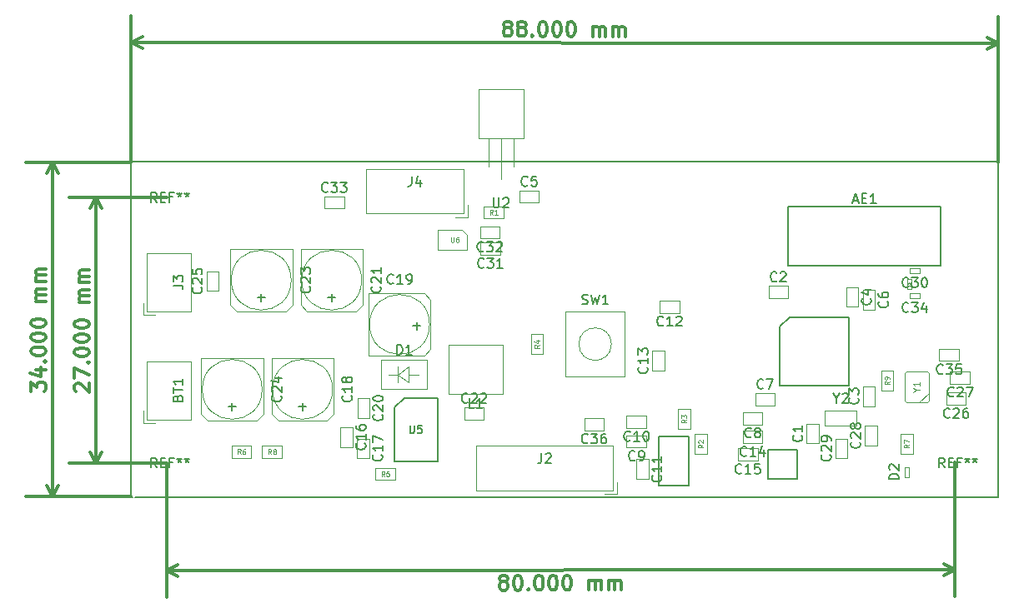
<source format=gbr>
G04 #@! TF.FileFunction,Other,Fab,Top*
%FSLAX46Y46*%
G04 Gerber Fmt 4.6, Leading zero omitted, Abs format (unit mm)*
G04 Created by KiCad (PCBNEW 4.0.7) date 11/11/17 16:51:54*
%MOMM*%
%LPD*%
G01*
G04 APERTURE LIST*
%ADD10C,0.100000*%
%ADD11C,0.300000*%
%ADD12C,0.200000*%
%ADD13C,0.150000*%
%ADD14C,0.075000*%
%ADD15C,0.050000*%
%ADD16C,0.105000*%
%ADD17C,0.030000*%
G04 APERTURE END LIST*
D10*
D11*
X120278975Y-113549660D02*
X120136072Y-113478321D01*
X120064599Y-113406936D01*
X119993081Y-113264124D01*
X119993036Y-113192696D01*
X120064376Y-113049794D01*
X120135759Y-112978321D01*
X120278573Y-112906803D01*
X120564287Y-112906624D01*
X120707188Y-112977964D01*
X120778662Y-113049348D01*
X120850179Y-113192160D01*
X120850224Y-113263588D01*
X120778885Y-113406490D01*
X120707501Y-113477964D01*
X120564688Y-113549482D01*
X120278975Y-113549660D01*
X120136161Y-113621178D01*
X120064778Y-113692651D01*
X119993438Y-113835553D01*
X119993617Y-114121267D01*
X120065135Y-114264079D01*
X120136608Y-114335464D01*
X120279510Y-114406802D01*
X120565224Y-114406624D01*
X120708037Y-114335106D01*
X120779421Y-114263633D01*
X120850760Y-114120731D01*
X120850581Y-113835017D01*
X120779064Y-113692205D01*
X120707590Y-113620821D01*
X120564688Y-113549482D01*
X121778571Y-112905865D02*
X121921428Y-112905776D01*
X122064330Y-112977115D01*
X122135804Y-113048500D01*
X122207322Y-113191312D01*
X122278929Y-113476981D01*
X122279152Y-113834124D01*
X122207902Y-114119883D01*
X122136563Y-114262785D01*
X122065178Y-114334258D01*
X121922366Y-114405775D01*
X121779509Y-114405865D01*
X121636607Y-114334526D01*
X121565134Y-114263142D01*
X121493616Y-114120329D01*
X121422009Y-113834660D01*
X121421786Y-113477517D01*
X121493036Y-113191759D01*
X121564375Y-113048857D01*
X121635759Y-112977383D01*
X121778571Y-112905865D01*
X122922276Y-114262293D02*
X122993749Y-114333678D01*
X122922366Y-114405150D01*
X122850892Y-114333767D01*
X122922276Y-114262293D01*
X122922366Y-114405150D01*
X123921428Y-112904526D02*
X124064285Y-112904436D01*
X124207187Y-112975776D01*
X124278660Y-113047160D01*
X124350179Y-113189973D01*
X124421785Y-113475642D01*
X124422008Y-113832785D01*
X124350759Y-114118544D01*
X124279419Y-114261445D01*
X124208035Y-114332919D01*
X124065223Y-114404436D01*
X123922366Y-114404525D01*
X123779464Y-114333187D01*
X123707990Y-114261802D01*
X123636473Y-114118990D01*
X123564865Y-113833321D01*
X123564642Y-113476178D01*
X123635893Y-113190419D01*
X123707231Y-113047518D01*
X123778616Y-112976044D01*
X123921428Y-112904526D01*
X125349999Y-112903633D02*
X125492856Y-112903544D01*
X125635757Y-112974883D01*
X125707231Y-113046268D01*
X125778749Y-113189080D01*
X125850356Y-113474749D01*
X125850579Y-113831892D01*
X125779330Y-114117651D01*
X125707990Y-114260552D01*
X125636606Y-114332026D01*
X125493793Y-114403543D01*
X125350936Y-114403633D01*
X125208035Y-114332294D01*
X125136561Y-114260910D01*
X125065044Y-114118097D01*
X124993436Y-113832428D01*
X124993213Y-113475285D01*
X125064463Y-113189526D01*
X125135802Y-113046625D01*
X125207186Y-112975151D01*
X125349999Y-112903633D01*
X126778569Y-112902740D02*
X126921426Y-112902651D01*
X127064328Y-112973990D01*
X127135802Y-113045375D01*
X127207320Y-113188187D01*
X127278927Y-113473856D01*
X127279150Y-113830999D01*
X127207900Y-114116758D01*
X127136561Y-114259660D01*
X127065176Y-114331133D01*
X126922364Y-114402650D01*
X126779507Y-114402740D01*
X126636605Y-114331401D01*
X126565132Y-114260017D01*
X126493614Y-114117204D01*
X126422007Y-113831535D01*
X126421784Y-113474392D01*
X126493034Y-113188634D01*
X126564373Y-113045732D01*
X126635757Y-112974258D01*
X126778569Y-112902740D01*
X129065221Y-114401311D02*
X129064596Y-113401311D01*
X129064685Y-113544169D02*
X129136068Y-113472696D01*
X129278882Y-113401177D01*
X129493166Y-113401043D01*
X129636068Y-113472383D01*
X129707586Y-113615196D01*
X129708077Y-114400909D01*
X129707586Y-113615196D02*
X129778926Y-113472294D01*
X129921738Y-113400776D01*
X130136023Y-113400642D01*
X130278926Y-113471981D01*
X130350443Y-113614794D01*
X130350934Y-114400508D01*
X131065220Y-114400061D02*
X131064595Y-113400061D01*
X131064684Y-113542919D02*
X131136068Y-113471446D01*
X131278881Y-113399927D01*
X131493166Y-113399793D01*
X131636068Y-113471133D01*
X131707586Y-113613946D01*
X131708077Y-114399659D01*
X131707586Y-113613946D02*
X131778926Y-113471044D01*
X131921738Y-113399526D01*
X132136023Y-113399392D01*
X132278926Y-113470731D01*
X132350443Y-113613544D01*
X132350934Y-114399258D01*
X86206812Y-112399527D02*
X166206812Y-112349527D01*
X86200000Y-101500000D02*
X86208499Y-115099526D01*
X166200000Y-101450000D02*
X166208499Y-115049526D01*
X166206812Y-112349527D02*
X165080675Y-112936652D01*
X166206812Y-112349527D02*
X165079942Y-111763810D01*
X86206812Y-112399527D02*
X87333682Y-112985244D01*
X86206812Y-112399527D02*
X87332949Y-111812402D01*
X120679174Y-57243747D02*
X120536357Y-57172236D01*
X120464970Y-57100767D01*
X120393622Y-56957869D01*
X120393662Y-56886441D01*
X120465173Y-56743625D01*
X120536641Y-56672236D01*
X120679540Y-56600889D01*
X120965254Y-56601051D01*
X121108070Y-56672561D01*
X121179458Y-56744031D01*
X121250805Y-56886928D01*
X121250765Y-56958356D01*
X121179256Y-57101173D01*
X121107786Y-57172561D01*
X120964888Y-57243909D01*
X120679174Y-57243747D01*
X120536276Y-57315093D01*
X120464807Y-57386482D01*
X120393297Y-57529298D01*
X120393135Y-57815012D01*
X120464483Y-57957910D01*
X120535870Y-58029379D01*
X120678687Y-58100888D01*
X120964401Y-58101051D01*
X121107299Y-58029704D01*
X121178768Y-57958316D01*
X121250278Y-57815499D01*
X121250440Y-57529785D01*
X121179093Y-57386888D01*
X121107705Y-57315418D01*
X120964888Y-57243909D01*
X122107745Y-57244558D02*
X121964928Y-57173048D01*
X121893540Y-57101578D01*
X121822193Y-56958681D01*
X121822233Y-56887253D01*
X121893743Y-56744437D01*
X121965212Y-56673048D01*
X122108110Y-56601700D01*
X122393824Y-56601863D01*
X122536641Y-56673373D01*
X122608029Y-56744842D01*
X122679376Y-56887740D01*
X122679335Y-56959168D01*
X122607826Y-57101984D01*
X122536357Y-57173373D01*
X122393459Y-57244721D01*
X122107745Y-57244558D01*
X121964847Y-57315905D01*
X121893378Y-57387293D01*
X121821868Y-57530110D01*
X121821706Y-57815824D01*
X121893053Y-57958721D01*
X121964441Y-58030191D01*
X122107258Y-58101700D01*
X122392972Y-58101862D01*
X122535870Y-58030516D01*
X122607339Y-57959127D01*
X122678848Y-57816311D01*
X122679011Y-57530597D01*
X122607664Y-57387699D01*
X122536276Y-57316230D01*
X122393459Y-57244721D01*
X123321624Y-57959533D02*
X123393012Y-58031003D01*
X123321543Y-58102390D01*
X123250155Y-58030921D01*
X123321624Y-57959533D01*
X123321543Y-58102390D01*
X124322395Y-56602958D02*
X124465252Y-56603040D01*
X124608068Y-56674550D01*
X124679457Y-56746019D01*
X124750805Y-56888917D01*
X124822070Y-57174671D01*
X124821867Y-57531814D01*
X124750277Y-57817488D01*
X124678767Y-57960304D01*
X124607297Y-58031693D01*
X124464400Y-58103039D01*
X124321543Y-58102958D01*
X124178726Y-58031449D01*
X124107338Y-57959979D01*
X124035991Y-57817082D01*
X123964725Y-57531327D01*
X123964927Y-57174184D01*
X124036519Y-56888511D01*
X124108028Y-56745695D01*
X124179498Y-56674306D01*
X124322395Y-56602958D01*
X125750966Y-56603770D02*
X125893823Y-56603851D01*
X126036639Y-56675361D01*
X126108028Y-56746831D01*
X126179375Y-56889729D01*
X126250641Y-57175483D01*
X126250438Y-57532626D01*
X126178848Y-57818299D01*
X126107338Y-57961116D01*
X126035868Y-58032504D01*
X125892971Y-58103851D01*
X125750114Y-58103770D01*
X125607297Y-58032261D01*
X125535909Y-57960791D01*
X125464562Y-57817894D01*
X125393295Y-57532139D01*
X125393498Y-57174996D01*
X125465090Y-56889323D01*
X125536599Y-56746506D01*
X125608068Y-56675118D01*
X125750966Y-56603770D01*
X127179537Y-56604582D02*
X127322394Y-56604663D01*
X127465210Y-56676173D01*
X127536598Y-56747643D01*
X127607946Y-56890540D01*
X127679212Y-57176295D01*
X127679009Y-57533438D01*
X127607419Y-57819111D01*
X127535908Y-57961928D01*
X127464439Y-58033316D01*
X127321541Y-58104663D01*
X127178684Y-58104582D01*
X127035868Y-58033072D01*
X126964480Y-57961603D01*
X126893133Y-57818705D01*
X126821866Y-57532951D01*
X126822069Y-57175808D01*
X126893660Y-56890134D01*
X126965169Y-56747318D01*
X127036639Y-56675930D01*
X127179537Y-56604582D01*
X129464398Y-58105880D02*
X129464966Y-57105880D01*
X129464885Y-57248738D02*
X129536354Y-57177350D01*
X129679252Y-57106002D01*
X129893537Y-57106124D01*
X130036353Y-57177634D01*
X130107701Y-57320532D01*
X130107255Y-58106246D01*
X130107701Y-57320532D02*
X130179211Y-57177715D01*
X130322109Y-57106367D01*
X130536394Y-57106489D01*
X130679211Y-57177999D01*
X130750558Y-57320897D01*
X130750112Y-58106611D01*
X131464398Y-58107017D02*
X131464966Y-57107017D01*
X131464885Y-57249875D02*
X131536353Y-57178486D01*
X131679252Y-57107139D01*
X131893537Y-57107260D01*
X132036353Y-57178770D01*
X132107701Y-57321668D01*
X132107255Y-58107382D01*
X132107701Y-57321668D02*
X132179211Y-57178852D01*
X132322109Y-57107504D01*
X132536394Y-57107626D01*
X132679211Y-57179136D01*
X132750558Y-57322033D01*
X132750111Y-58107747D01*
X82606875Y-58750686D02*
X170606875Y-58800686D01*
X82600000Y-70850000D02*
X82608409Y-56050686D01*
X170600000Y-70900000D02*
X170608409Y-56100686D01*
X170606875Y-58800686D02*
X169480038Y-59386467D01*
X170606875Y-58800686D02*
X169480705Y-58213625D01*
X82606875Y-58750686D02*
X83733045Y-59337747D01*
X82606875Y-58750686D02*
X83733712Y-58164905D01*
X72428571Y-94185713D02*
X72428571Y-93257142D01*
X73000000Y-93757142D01*
X73000000Y-93542856D01*
X73071429Y-93399999D01*
X73142857Y-93328570D01*
X73285714Y-93257142D01*
X73642857Y-93257142D01*
X73785714Y-93328570D01*
X73857143Y-93399999D01*
X73928571Y-93542856D01*
X73928571Y-93971428D01*
X73857143Y-94114285D01*
X73785714Y-94185713D01*
X72928571Y-91971428D02*
X73928571Y-91971428D01*
X72357143Y-92328571D02*
X73428571Y-92685714D01*
X73428571Y-91757142D01*
X73785714Y-91185714D02*
X73857143Y-91114286D01*
X73928571Y-91185714D01*
X73857143Y-91257143D01*
X73785714Y-91185714D01*
X73928571Y-91185714D01*
X72428571Y-90185714D02*
X72428571Y-90042857D01*
X72500000Y-89900000D01*
X72571429Y-89828571D01*
X72714286Y-89757142D01*
X73000000Y-89685714D01*
X73357143Y-89685714D01*
X73642857Y-89757142D01*
X73785714Y-89828571D01*
X73857143Y-89900000D01*
X73928571Y-90042857D01*
X73928571Y-90185714D01*
X73857143Y-90328571D01*
X73785714Y-90400000D01*
X73642857Y-90471428D01*
X73357143Y-90542857D01*
X73000000Y-90542857D01*
X72714286Y-90471428D01*
X72571429Y-90400000D01*
X72500000Y-90328571D01*
X72428571Y-90185714D01*
X72428571Y-88757143D02*
X72428571Y-88614286D01*
X72500000Y-88471429D01*
X72571429Y-88400000D01*
X72714286Y-88328571D01*
X73000000Y-88257143D01*
X73357143Y-88257143D01*
X73642857Y-88328571D01*
X73785714Y-88400000D01*
X73857143Y-88471429D01*
X73928571Y-88614286D01*
X73928571Y-88757143D01*
X73857143Y-88900000D01*
X73785714Y-88971429D01*
X73642857Y-89042857D01*
X73357143Y-89114286D01*
X73000000Y-89114286D01*
X72714286Y-89042857D01*
X72571429Y-88971429D01*
X72500000Y-88900000D01*
X72428571Y-88757143D01*
X72428571Y-87328572D02*
X72428571Y-87185715D01*
X72500000Y-87042858D01*
X72571429Y-86971429D01*
X72714286Y-86900000D01*
X73000000Y-86828572D01*
X73357143Y-86828572D01*
X73642857Y-86900000D01*
X73785714Y-86971429D01*
X73857143Y-87042858D01*
X73928571Y-87185715D01*
X73928571Y-87328572D01*
X73857143Y-87471429D01*
X73785714Y-87542858D01*
X73642857Y-87614286D01*
X73357143Y-87685715D01*
X73000000Y-87685715D01*
X72714286Y-87614286D01*
X72571429Y-87542858D01*
X72500000Y-87471429D01*
X72428571Y-87328572D01*
X73928571Y-85042858D02*
X72928571Y-85042858D01*
X73071429Y-85042858D02*
X73000000Y-84971430D01*
X72928571Y-84828572D01*
X72928571Y-84614287D01*
X73000000Y-84471430D01*
X73142857Y-84400001D01*
X73928571Y-84400001D01*
X73142857Y-84400001D02*
X73000000Y-84328572D01*
X72928571Y-84185715D01*
X72928571Y-83971430D01*
X73000000Y-83828572D01*
X73142857Y-83757144D01*
X73928571Y-83757144D01*
X73928571Y-83042858D02*
X72928571Y-83042858D01*
X73071429Y-83042858D02*
X73000000Y-82971430D01*
X72928571Y-82828572D01*
X72928571Y-82614287D01*
X73000000Y-82471430D01*
X73142857Y-82400001D01*
X73928571Y-82400001D01*
X73142857Y-82400001D02*
X73000000Y-82328572D01*
X72928571Y-82185715D01*
X72928571Y-81971430D01*
X73000000Y-81828572D01*
X73142857Y-81757144D01*
X73928571Y-81757144D01*
X74600000Y-104900000D02*
X74600000Y-70900000D01*
X82600000Y-104900000D02*
X71900000Y-104900000D01*
X82600000Y-70900000D02*
X71900000Y-70900000D01*
X74600000Y-70900000D02*
X75186421Y-72026504D01*
X74600000Y-70900000D02*
X74013579Y-72026504D01*
X74600000Y-104900000D02*
X75186421Y-103773496D01*
X74600000Y-104900000D02*
X74013579Y-103773496D01*
D12*
X82775000Y-104925000D02*
X82575000Y-104925000D01*
X82575000Y-70875000D02*
X82825000Y-70875000D01*
D11*
X76971429Y-94214285D02*
X76900000Y-94142856D01*
X76828571Y-93999999D01*
X76828571Y-93642856D01*
X76900000Y-93499999D01*
X76971429Y-93428570D01*
X77114286Y-93357142D01*
X77257143Y-93357142D01*
X77471429Y-93428570D01*
X78328571Y-94285713D01*
X78328571Y-93357142D01*
X76828571Y-92857142D02*
X76828571Y-91857142D01*
X78328571Y-92499999D01*
X78185714Y-91285714D02*
X78257143Y-91214286D01*
X78328571Y-91285714D01*
X78257143Y-91357143D01*
X78185714Y-91285714D01*
X78328571Y-91285714D01*
X76828571Y-90285714D02*
X76828571Y-90142857D01*
X76900000Y-90000000D01*
X76971429Y-89928571D01*
X77114286Y-89857142D01*
X77400000Y-89785714D01*
X77757143Y-89785714D01*
X78042857Y-89857142D01*
X78185714Y-89928571D01*
X78257143Y-90000000D01*
X78328571Y-90142857D01*
X78328571Y-90285714D01*
X78257143Y-90428571D01*
X78185714Y-90500000D01*
X78042857Y-90571428D01*
X77757143Y-90642857D01*
X77400000Y-90642857D01*
X77114286Y-90571428D01*
X76971429Y-90500000D01*
X76900000Y-90428571D01*
X76828571Y-90285714D01*
X76828571Y-88857143D02*
X76828571Y-88714286D01*
X76900000Y-88571429D01*
X76971429Y-88500000D01*
X77114286Y-88428571D01*
X77400000Y-88357143D01*
X77757143Y-88357143D01*
X78042857Y-88428571D01*
X78185714Y-88500000D01*
X78257143Y-88571429D01*
X78328571Y-88714286D01*
X78328571Y-88857143D01*
X78257143Y-89000000D01*
X78185714Y-89071429D01*
X78042857Y-89142857D01*
X77757143Y-89214286D01*
X77400000Y-89214286D01*
X77114286Y-89142857D01*
X76971429Y-89071429D01*
X76900000Y-89000000D01*
X76828571Y-88857143D01*
X76828571Y-87428572D02*
X76828571Y-87285715D01*
X76900000Y-87142858D01*
X76971429Y-87071429D01*
X77114286Y-87000000D01*
X77400000Y-86928572D01*
X77757143Y-86928572D01*
X78042857Y-87000000D01*
X78185714Y-87071429D01*
X78257143Y-87142858D01*
X78328571Y-87285715D01*
X78328571Y-87428572D01*
X78257143Y-87571429D01*
X78185714Y-87642858D01*
X78042857Y-87714286D01*
X77757143Y-87785715D01*
X77400000Y-87785715D01*
X77114286Y-87714286D01*
X76971429Y-87642858D01*
X76900000Y-87571429D01*
X76828571Y-87428572D01*
X78328571Y-85142858D02*
X77328571Y-85142858D01*
X77471429Y-85142858D02*
X77400000Y-85071430D01*
X77328571Y-84928572D01*
X77328571Y-84714287D01*
X77400000Y-84571430D01*
X77542857Y-84500001D01*
X78328571Y-84500001D01*
X77542857Y-84500001D02*
X77400000Y-84428572D01*
X77328571Y-84285715D01*
X77328571Y-84071430D01*
X77400000Y-83928572D01*
X77542857Y-83857144D01*
X78328571Y-83857144D01*
X78328571Y-83142858D02*
X77328571Y-83142858D01*
X77471429Y-83142858D02*
X77400000Y-83071430D01*
X77328571Y-82928572D01*
X77328571Y-82714287D01*
X77400000Y-82571430D01*
X77542857Y-82500001D01*
X78328571Y-82500001D01*
X77542857Y-82500001D02*
X77400000Y-82428572D01*
X77328571Y-82285715D01*
X77328571Y-82071430D01*
X77400000Y-81928572D01*
X77542857Y-81857144D01*
X78328571Y-81857144D01*
X79000000Y-101500000D02*
X79000000Y-74500000D01*
X86200000Y-101500000D02*
X76300000Y-101500000D01*
X86200000Y-74500000D02*
X76300000Y-74500000D01*
X79000000Y-74500000D02*
X79586421Y-75626504D01*
X79000000Y-74500000D02*
X78413579Y-75626504D01*
X79000000Y-101500000D02*
X79586421Y-100373496D01*
X79000000Y-101500000D02*
X78413579Y-100373496D01*
D12*
X83000000Y-104925000D02*
X170600000Y-104925000D01*
X170600000Y-104925000D02*
X170600000Y-70875000D01*
X82575000Y-104925000D02*
X82575000Y-70875000D01*
X82825000Y-70875000D02*
X170600000Y-70875000D01*
D10*
X115500000Y-76500000D02*
X116750000Y-76500000D01*
X116750000Y-76500000D02*
X116750000Y-75250000D01*
X116350000Y-76100000D02*
X116350000Y-71600000D01*
X116350000Y-71600000D02*
X106450000Y-71600000D01*
X106450000Y-71600000D02*
X106450000Y-76100000D01*
X106450000Y-76100000D02*
X116350000Y-76100000D01*
D13*
X149300000Y-75450000D02*
X149300000Y-81400000D01*
X164800000Y-81400000D02*
X164800000Y-75450000D01*
X149300000Y-81400000D02*
X164800000Y-81400000D01*
X164800000Y-75450000D02*
X149300000Y-75450000D01*
D10*
X83800000Y-96200000D02*
X83800000Y-97450000D01*
X83800000Y-97450000D02*
X85050000Y-97450000D01*
X84200000Y-97050000D02*
X88700000Y-97050000D01*
X88700000Y-97050000D02*
X88700000Y-91150000D01*
X88700000Y-91150000D02*
X84200000Y-91150000D01*
X84200000Y-91150000D02*
X84200000Y-97050000D01*
X152420000Y-99500000D02*
X151180000Y-99500000D01*
X152420000Y-97500000D02*
X152420000Y-99500000D01*
X151180000Y-97500000D02*
X152420000Y-97500000D01*
X151180000Y-99500000D02*
X151180000Y-97500000D01*
X147300000Y-84720000D02*
X147300000Y-83480000D01*
X149300000Y-84720000D02*
X147300000Y-84720000D01*
X149300000Y-83480000D02*
X149300000Y-84720000D01*
X147300000Y-83480000D02*
X149300000Y-83480000D01*
X158120000Y-95700000D02*
X156880000Y-95700000D01*
X158120000Y-93700000D02*
X158120000Y-95700000D01*
X156880000Y-93700000D02*
X158120000Y-93700000D01*
X156880000Y-95700000D02*
X156880000Y-93700000D01*
X155180000Y-83600000D02*
X156420000Y-83600000D01*
X155180000Y-85600000D02*
X155180000Y-83600000D01*
X156420000Y-85600000D02*
X155180000Y-85600000D01*
X156420000Y-83600000D02*
X156420000Y-85600000D01*
X122000000Y-75020000D02*
X122000000Y-73780000D01*
X124000000Y-75020000D02*
X122000000Y-75020000D01*
X124000000Y-73780000D02*
X124000000Y-75020000D01*
X122000000Y-73780000D02*
X124000000Y-73780000D01*
X156880000Y-83900000D02*
X158120000Y-83900000D01*
X156880000Y-85900000D02*
X156880000Y-83900000D01*
X158120000Y-85900000D02*
X156880000Y-85900000D01*
X158120000Y-83900000D02*
X158120000Y-85900000D01*
X145950000Y-95620000D02*
X145950000Y-94380000D01*
X147950000Y-95620000D02*
X145950000Y-95620000D01*
X147950000Y-94380000D02*
X147950000Y-95620000D01*
X145950000Y-94380000D02*
X147950000Y-94380000D01*
X146700000Y-96330000D02*
X146700000Y-97570000D01*
X144700000Y-96330000D02*
X146700000Y-96330000D01*
X144700000Y-97570000D02*
X144700000Y-96330000D01*
X146700000Y-97570000D02*
X144700000Y-97570000D01*
X134900000Y-98680000D02*
X134900000Y-99920000D01*
X132900000Y-98680000D02*
X134900000Y-98680000D01*
X132900000Y-99920000D02*
X132900000Y-98680000D01*
X134900000Y-99920000D02*
X132900000Y-99920000D01*
X134900000Y-96680000D02*
X134900000Y-97920000D01*
X132900000Y-96680000D02*
X134900000Y-96680000D01*
X132900000Y-97920000D02*
X132900000Y-96680000D01*
X134900000Y-97920000D02*
X132900000Y-97920000D01*
X133880000Y-101100000D02*
X135120000Y-101100000D01*
X133880000Y-103100000D02*
X133880000Y-101100000D01*
X135120000Y-103100000D02*
X133880000Y-103100000D01*
X135120000Y-101100000D02*
X135120000Y-103100000D01*
X138250000Y-84980000D02*
X138250000Y-86220000D01*
X136250000Y-84980000D02*
X138250000Y-84980000D01*
X136250000Y-86220000D02*
X136250000Y-84980000D01*
X138250000Y-86220000D02*
X136250000Y-86220000D01*
X136720000Y-92100000D02*
X135480000Y-92100000D01*
X136720000Y-90100000D02*
X136720000Y-92100000D01*
X135480000Y-90100000D02*
X136720000Y-90100000D01*
X135480000Y-92100000D02*
X135480000Y-90100000D01*
X146700000Y-98230000D02*
X146700000Y-99470000D01*
X144700000Y-98230000D02*
X146700000Y-98230000D01*
X144700000Y-99470000D02*
X144700000Y-98230000D01*
X146700000Y-99470000D02*
X144700000Y-99470000D01*
X146200000Y-100005000D02*
X146200000Y-101245000D01*
X144200000Y-100005000D02*
X146200000Y-100005000D01*
X144200000Y-101245000D02*
X144200000Y-100005000D01*
X146200000Y-101245000D02*
X144200000Y-101245000D01*
X103830000Y-97850000D02*
X105070000Y-97850000D01*
X103830000Y-99850000D02*
X103830000Y-97850000D01*
X105070000Y-99850000D02*
X103830000Y-99850000D01*
X105070000Y-97850000D02*
X105070000Y-99850000D01*
X105530000Y-99000000D02*
X106770000Y-99000000D01*
X105530000Y-101000000D02*
X105530000Y-99000000D01*
X106770000Y-101000000D02*
X105530000Y-101000000D01*
X106770000Y-99000000D02*
X106770000Y-101000000D01*
X103041381Y-94000000D02*
G75*
G03X103041381Y-94000000I-3041381J0D01*
G01*
X103150000Y-90850000D02*
X96850000Y-90850000D01*
X103150000Y-96480000D02*
X103150000Y-90850000D01*
X102480000Y-97150000D02*
X103150000Y-96480000D01*
X97520000Y-97150000D02*
X102480000Y-97150000D01*
X96850000Y-96480000D02*
X97520000Y-97150000D01*
X96850000Y-90850000D02*
X96850000Y-96480000D01*
X112891381Y-87400000D02*
G75*
G03X112891381Y-87400000I-3041381J0D01*
G01*
X106700000Y-84250000D02*
X106700000Y-90550000D01*
X112330000Y-84250000D02*
X106700000Y-84250000D01*
X113000000Y-84920000D02*
X112330000Y-84250000D01*
X113000000Y-89880000D02*
X113000000Y-84920000D01*
X112330000Y-90550000D02*
X113000000Y-89880000D01*
X106700000Y-90550000D02*
X112330000Y-90550000D01*
X105580000Y-94900000D02*
X106820000Y-94900000D01*
X105580000Y-96900000D02*
X105580000Y-94900000D01*
X106820000Y-96900000D02*
X105580000Y-96900000D01*
X106820000Y-94900000D02*
X106820000Y-96900000D01*
X105991381Y-82900000D02*
G75*
G03X105991381Y-82900000I-3041381J0D01*
G01*
X106100000Y-79750000D02*
X99800000Y-79750000D01*
X106100000Y-85380000D02*
X106100000Y-79750000D01*
X105430000Y-86050000D02*
X106100000Y-85380000D01*
X100470000Y-86050000D02*
X105430000Y-86050000D01*
X99800000Y-85380000D02*
X100470000Y-86050000D01*
X99800000Y-79750000D02*
X99800000Y-85380000D01*
X116400000Y-97070000D02*
X116400000Y-95830000D01*
X118400000Y-97070000D02*
X116400000Y-97070000D01*
X118400000Y-95830000D02*
X118400000Y-97070000D01*
X116400000Y-95830000D02*
X118400000Y-95830000D01*
X98841381Y-82900000D02*
G75*
G03X98841381Y-82900000I-3041381J0D01*
G01*
X98950000Y-79750000D02*
X92650000Y-79750000D01*
X98950000Y-85380000D02*
X98950000Y-79750000D01*
X98280000Y-86050000D02*
X98950000Y-85380000D01*
X93320000Y-86050000D02*
X98280000Y-86050000D01*
X92650000Y-85380000D02*
X93320000Y-86050000D01*
X92650000Y-79750000D02*
X92650000Y-85380000D01*
X95891381Y-94000000D02*
G75*
G03X95891381Y-94000000I-3041381J0D01*
G01*
X96000000Y-90850000D02*
X89700000Y-90850000D01*
X96000000Y-96480000D02*
X96000000Y-90850000D01*
X95330000Y-97150000D02*
X96000000Y-96480000D01*
X90370000Y-97150000D02*
X95330000Y-97150000D01*
X89700000Y-96480000D02*
X90370000Y-97150000D01*
X89700000Y-90850000D02*
X89700000Y-96480000D01*
X91470000Y-84000000D02*
X90230000Y-84000000D01*
X91470000Y-82000000D02*
X91470000Y-84000000D01*
X90230000Y-82000000D02*
X91470000Y-82000000D01*
X90230000Y-84000000D02*
X90230000Y-82000000D01*
X167350000Y-94330000D02*
X167350000Y-95570000D01*
X165350000Y-94330000D02*
X167350000Y-94330000D01*
X165350000Y-95570000D02*
X165350000Y-94330000D01*
X167350000Y-95570000D02*
X165350000Y-95570000D01*
X167750000Y-92180000D02*
X167750000Y-93420000D01*
X165750000Y-92180000D02*
X167750000Y-92180000D01*
X165750000Y-93420000D02*
X165750000Y-92180000D01*
X167750000Y-93420000D02*
X165750000Y-93420000D01*
X158320000Y-99700000D02*
X157080000Y-99700000D01*
X158320000Y-97700000D02*
X158320000Y-99700000D01*
X157080000Y-97700000D02*
X158320000Y-97700000D01*
X157080000Y-99700000D02*
X157080000Y-97700000D01*
X155320000Y-101000000D02*
X154080000Y-101000000D01*
X155320000Y-99000000D02*
X155320000Y-101000000D01*
X154080000Y-99000000D02*
X155320000Y-99000000D01*
X154080000Y-101000000D02*
X154080000Y-99000000D01*
X120050000Y-79080000D02*
X120050000Y-80320000D01*
X118050000Y-79080000D02*
X120050000Y-79080000D01*
X118050000Y-80320000D02*
X118050000Y-79080000D01*
X120050000Y-80320000D02*
X118050000Y-80320000D01*
X120000000Y-77430000D02*
X120000000Y-78670000D01*
X118000000Y-77430000D02*
X120000000Y-77430000D01*
X118000000Y-78670000D02*
X118000000Y-77430000D01*
X120000000Y-78670000D02*
X118000000Y-78670000D01*
X102200000Y-75620000D02*
X102200000Y-74380000D01*
X104200000Y-75620000D02*
X102200000Y-75620000D01*
X104200000Y-74380000D02*
X104200000Y-75620000D01*
X102200000Y-74380000D02*
X104200000Y-74380000D01*
X166650000Y-89880000D02*
X166650000Y-91120000D01*
X164650000Y-89880000D02*
X166650000Y-89880000D01*
X164650000Y-91120000D02*
X164650000Y-89880000D01*
X166650000Y-91120000D02*
X164650000Y-91120000D01*
X130600000Y-96930000D02*
X130600000Y-98170000D01*
X128600000Y-96930000D02*
X130600000Y-96930000D01*
X128600000Y-98170000D02*
X128600000Y-96930000D01*
X130600000Y-98170000D02*
X128600000Y-98170000D01*
X112600000Y-94000000D02*
X108000000Y-94000000D01*
X108000000Y-94000000D02*
X108000000Y-91000000D01*
X112600000Y-91000000D02*
X112600000Y-94000000D01*
X112600000Y-91000000D02*
X108000000Y-91000000D01*
X109650560Y-92501020D02*
X108748860Y-92501020D01*
X110801180Y-92501020D02*
X111799400Y-92501020D01*
X109650560Y-91700920D02*
X109650560Y-93301120D01*
X110801180Y-93250320D02*
X110801180Y-91700920D01*
X109650560Y-92501020D02*
X110801180Y-93250320D01*
X109650560Y-92501020D02*
X110801180Y-91700920D01*
X161600000Y-102900000D02*
X161100000Y-102900000D01*
X161600000Y-101900000D02*
X161600000Y-102900000D01*
X161100000Y-101900000D02*
X161600000Y-101900000D01*
X161100000Y-102900000D02*
X161100000Y-101900000D01*
X130675000Y-104650000D02*
X131925000Y-104650000D01*
X131925000Y-104650000D02*
X131925000Y-103400000D01*
X131525000Y-104250000D02*
X131525000Y-99750000D01*
X131525000Y-99750000D02*
X117625000Y-99750000D01*
X117625000Y-99750000D02*
X117625000Y-104250000D01*
X117625000Y-104250000D02*
X131525000Y-104250000D01*
X120300000Y-89450000D02*
X120300000Y-94450000D01*
X114800000Y-89450000D02*
X120300000Y-89450000D01*
X114800000Y-94450000D02*
X114800000Y-89450000D01*
X120300000Y-94450000D02*
X114800000Y-94450000D01*
X120400000Y-75380000D02*
X120400000Y-76620000D01*
X118400000Y-75380000D02*
X120400000Y-75380000D01*
X118400000Y-76620000D02*
X118400000Y-75380000D01*
X120400000Y-76620000D02*
X118400000Y-76620000D01*
X139830000Y-98550000D02*
X141070000Y-98550000D01*
X139830000Y-100550000D02*
X139830000Y-98550000D01*
X141070000Y-100550000D02*
X139830000Y-100550000D01*
X141070000Y-98550000D02*
X141070000Y-100550000D01*
X139370000Y-98000000D02*
X138130000Y-98000000D01*
X139370000Y-96000000D02*
X139370000Y-98000000D01*
X138130000Y-96000000D02*
X139370000Y-96000000D01*
X138130000Y-98000000D02*
X138130000Y-96000000D01*
X123180000Y-88400000D02*
X124420000Y-88400000D01*
X123180000Y-90400000D02*
X123180000Y-88400000D01*
X124420000Y-90400000D02*
X123180000Y-90400000D01*
X124420000Y-88400000D02*
X124420000Y-90400000D01*
X109400000Y-101980000D02*
X109400000Y-103220000D01*
X107400000Y-101980000D02*
X109400000Y-101980000D01*
X107400000Y-103220000D02*
X107400000Y-101980000D01*
X109400000Y-103220000D02*
X107400000Y-103220000D01*
X161970000Y-100525000D02*
X160730000Y-100525000D01*
X161970000Y-98525000D02*
X161970000Y-100525000D01*
X160730000Y-98525000D02*
X161970000Y-98525000D01*
X160730000Y-100525000D02*
X160730000Y-98525000D01*
X131350000Y-89400000D02*
G75*
G03X131350000Y-89400000I-1650000J0D01*
G01*
X126700000Y-86100000D02*
X132700000Y-86100000D01*
X132700000Y-86100000D02*
X132700000Y-92700000D01*
X132700000Y-92700000D02*
X126700000Y-92700000D01*
X126700000Y-92700000D02*
X126700000Y-86100000D01*
D13*
X149450000Y-86650000D02*
X155450000Y-86650000D01*
X155450000Y-86650000D02*
X155450000Y-93650000D01*
X155450000Y-93650000D02*
X148450000Y-93650000D01*
X148450000Y-93650000D02*
X148450000Y-87650000D01*
X148450000Y-87650000D02*
X149450000Y-86650000D01*
D10*
X118860000Y-68460000D02*
X118860000Y-71380000D01*
X120130000Y-68460000D02*
X120130000Y-72650000D01*
X121400000Y-68460000D02*
X121400000Y-71380000D01*
X122420000Y-63510000D02*
X122420000Y-68460000D01*
X122420000Y-68460000D02*
X117840000Y-68460000D01*
X117840000Y-68460000D02*
X117840000Y-63510000D01*
X117840000Y-63510000D02*
X122420000Y-63510000D01*
D13*
X150250000Y-100100000D02*
X150250000Y-103100000D01*
X150250000Y-103100000D02*
X147250000Y-103100000D01*
X147250000Y-100100000D02*
X147250000Y-103100000D01*
X150250000Y-100100000D02*
X147250000Y-100100000D01*
X136200000Y-103800000D02*
X139200000Y-103800000D01*
X139200000Y-98800000D02*
X136200000Y-98800000D01*
X139200000Y-98800000D02*
X139200000Y-103800000D01*
X136200000Y-98800000D02*
X136200000Y-103800000D01*
X110300000Y-94850000D02*
X113700000Y-94850000D01*
X113700000Y-94850000D02*
X113700000Y-101350000D01*
X113700000Y-101350000D02*
X109300000Y-101350000D01*
X109300000Y-101350000D02*
X109300000Y-95850000D01*
X109300000Y-95850000D02*
X110300000Y-94850000D01*
D10*
X116200000Y-77800000D02*
X116700000Y-78300000D01*
X116700000Y-78300000D02*
X116700000Y-79800000D01*
X116700000Y-79800000D02*
X113700000Y-79800000D01*
X113700000Y-79800000D02*
X113700000Y-77800000D01*
X113700000Y-77800000D02*
X116200000Y-77800000D01*
X153050000Y-96200000D02*
X153050000Y-97700000D01*
X156250000Y-96200000D02*
X156250000Y-97700000D01*
X153050000Y-96200000D02*
X156250000Y-96200000D01*
X153050000Y-97700000D02*
X156250000Y-97700000D01*
X161100000Y-95150000D02*
X161100000Y-92350000D01*
X161100000Y-92350000D02*
X161300000Y-92150000D01*
X161300000Y-92150000D02*
X163400000Y-92150000D01*
X163400000Y-92150000D02*
X163600000Y-92350000D01*
X163600000Y-92350000D02*
X163600000Y-95150000D01*
X163600000Y-95150000D02*
X163400000Y-95350000D01*
X163400000Y-95350000D02*
X161300000Y-95350000D01*
X161300000Y-95350000D02*
X161100000Y-95150000D01*
X162600000Y-95350000D02*
X163600000Y-94350000D01*
X83800000Y-85200000D02*
X83800000Y-86450000D01*
X83800000Y-86450000D02*
X85050000Y-86450000D01*
X84200000Y-86050000D02*
X88700000Y-86050000D01*
X88700000Y-86050000D02*
X88700000Y-80150000D01*
X88700000Y-80150000D02*
X84200000Y-80150000D01*
X84200000Y-80150000D02*
X84200000Y-86050000D01*
X92800000Y-100970000D02*
X92800000Y-99730000D01*
X94800000Y-100970000D02*
X92800000Y-100970000D01*
X94800000Y-99730000D02*
X94800000Y-100970000D01*
X92800000Y-99730000D02*
X94800000Y-99730000D01*
X95900000Y-100970000D02*
X95900000Y-99730000D01*
X97900000Y-100970000D02*
X95900000Y-100970000D01*
X97900000Y-99730000D02*
X97900000Y-100970000D01*
X95900000Y-99730000D02*
X97900000Y-99730000D01*
X159970000Y-94100000D02*
X158730000Y-94100000D01*
X159970000Y-92100000D02*
X159970000Y-94100000D01*
X158730000Y-92100000D02*
X159970000Y-92100000D01*
X158730000Y-94100000D02*
X158730000Y-92100000D01*
X162650000Y-81650000D02*
X162650000Y-82150000D01*
X161650000Y-81650000D02*
X162650000Y-81650000D01*
X161650000Y-82150000D02*
X161650000Y-81650000D01*
X162650000Y-82150000D02*
X161650000Y-82150000D01*
X161350000Y-82800000D02*
X161850000Y-82800000D01*
X161350000Y-83800000D02*
X161350000Y-82800000D01*
X161850000Y-83800000D02*
X161350000Y-83800000D01*
X161850000Y-82800000D02*
X161850000Y-83800000D01*
X162650000Y-84200000D02*
X162650000Y-84700000D01*
X161650000Y-84200000D02*
X162650000Y-84200000D01*
X161650000Y-84700000D02*
X161650000Y-84200000D01*
X162650000Y-84700000D02*
X161650000Y-84700000D01*
D13*
X111066667Y-72352381D02*
X111066667Y-73066667D01*
X111019047Y-73209524D01*
X110923809Y-73304762D01*
X110780952Y-73352381D01*
X110685714Y-73352381D01*
X111971429Y-72685714D02*
X111971429Y-73352381D01*
X111733333Y-72304762D02*
X111495238Y-73019048D01*
X112114286Y-73019048D01*
X155883333Y-74816667D02*
X156359524Y-74816667D01*
X155788095Y-75102381D02*
X156121428Y-74102381D01*
X156454762Y-75102381D01*
X156788095Y-74578571D02*
X157121429Y-74578571D01*
X157264286Y-75102381D02*
X156788095Y-75102381D01*
X156788095Y-74102381D01*
X157264286Y-74102381D01*
X158216667Y-75102381D02*
X157645238Y-75102381D01*
X157930952Y-75102381D02*
X157930952Y-74102381D01*
X157835714Y-74245238D01*
X157740476Y-74340476D01*
X157645238Y-74388095D01*
X165166667Y-101952381D02*
X164833333Y-101476190D01*
X164595238Y-101952381D02*
X164595238Y-100952381D01*
X164976191Y-100952381D01*
X165071429Y-101000000D01*
X165119048Y-101047619D01*
X165166667Y-101142857D01*
X165166667Y-101285714D01*
X165119048Y-101380952D01*
X165071429Y-101428571D01*
X164976191Y-101476190D01*
X164595238Y-101476190D01*
X165595238Y-101428571D02*
X165928572Y-101428571D01*
X166071429Y-101952381D02*
X165595238Y-101952381D01*
X165595238Y-100952381D01*
X166071429Y-100952381D01*
X166833334Y-101428571D02*
X166500000Y-101428571D01*
X166500000Y-101952381D02*
X166500000Y-100952381D01*
X166976191Y-100952381D01*
X167500000Y-100952381D02*
X167500000Y-101190476D01*
X167261905Y-101095238D02*
X167500000Y-101190476D01*
X167738096Y-101095238D01*
X167357143Y-101380952D02*
X167500000Y-101190476D01*
X167642858Y-101380952D01*
X168261905Y-100952381D02*
X168261905Y-101190476D01*
X168023810Y-101095238D02*
X168261905Y-101190476D01*
X168500001Y-101095238D01*
X168119048Y-101380952D02*
X168261905Y-101190476D01*
X168404763Y-101380952D01*
X85166667Y-101952381D02*
X84833333Y-101476190D01*
X84595238Y-101952381D02*
X84595238Y-100952381D01*
X84976191Y-100952381D01*
X85071429Y-101000000D01*
X85119048Y-101047619D01*
X85166667Y-101142857D01*
X85166667Y-101285714D01*
X85119048Y-101380952D01*
X85071429Y-101428571D01*
X84976191Y-101476190D01*
X84595238Y-101476190D01*
X85595238Y-101428571D02*
X85928572Y-101428571D01*
X86071429Y-101952381D02*
X85595238Y-101952381D01*
X85595238Y-100952381D01*
X86071429Y-100952381D01*
X86833334Y-101428571D02*
X86500000Y-101428571D01*
X86500000Y-101952381D02*
X86500000Y-100952381D01*
X86976191Y-100952381D01*
X87500000Y-100952381D02*
X87500000Y-101190476D01*
X87261905Y-101095238D02*
X87500000Y-101190476D01*
X87738096Y-101095238D01*
X87357143Y-101380952D02*
X87500000Y-101190476D01*
X87642858Y-101380952D01*
X88261905Y-100952381D02*
X88261905Y-101190476D01*
X88023810Y-101095238D02*
X88261905Y-101190476D01*
X88500001Y-101095238D01*
X88119048Y-101380952D02*
X88261905Y-101190476D01*
X88404763Y-101380952D01*
X87328571Y-94885714D02*
X87376190Y-94742857D01*
X87423810Y-94695238D01*
X87519048Y-94647619D01*
X87661905Y-94647619D01*
X87757143Y-94695238D01*
X87804762Y-94742857D01*
X87852381Y-94838095D01*
X87852381Y-95219048D01*
X86852381Y-95219048D01*
X86852381Y-94885714D01*
X86900000Y-94790476D01*
X86947619Y-94742857D01*
X87042857Y-94695238D01*
X87138095Y-94695238D01*
X87233333Y-94742857D01*
X87280952Y-94790476D01*
X87328571Y-94885714D01*
X87328571Y-95219048D01*
X86852381Y-94361905D02*
X86852381Y-93790476D01*
X87852381Y-94076191D02*
X86852381Y-94076191D01*
X87852381Y-92933333D02*
X87852381Y-93504762D01*
X87852381Y-93219048D02*
X86852381Y-93219048D01*
X86995238Y-93314286D01*
X87090476Y-93409524D01*
X87138095Y-93504762D01*
X150657143Y-98666666D02*
X150704762Y-98714285D01*
X150752381Y-98857142D01*
X150752381Y-98952380D01*
X150704762Y-99095238D01*
X150609524Y-99190476D01*
X150514286Y-99238095D01*
X150323810Y-99285714D01*
X150180952Y-99285714D01*
X149990476Y-99238095D01*
X149895238Y-99190476D01*
X149800000Y-99095238D01*
X149752381Y-98952380D01*
X149752381Y-98857142D01*
X149800000Y-98714285D01*
X149847619Y-98666666D01*
X150752381Y-97714285D02*
X150752381Y-98285714D01*
X150752381Y-98000000D02*
X149752381Y-98000000D01*
X149895238Y-98095238D01*
X149990476Y-98190476D01*
X150038095Y-98285714D01*
X148133334Y-82957143D02*
X148085715Y-83004762D01*
X147942858Y-83052381D01*
X147847620Y-83052381D01*
X147704762Y-83004762D01*
X147609524Y-82909524D01*
X147561905Y-82814286D01*
X147514286Y-82623810D01*
X147514286Y-82480952D01*
X147561905Y-82290476D01*
X147609524Y-82195238D01*
X147704762Y-82100000D01*
X147847620Y-82052381D01*
X147942858Y-82052381D01*
X148085715Y-82100000D01*
X148133334Y-82147619D01*
X148514286Y-82147619D02*
X148561905Y-82100000D01*
X148657143Y-82052381D01*
X148895239Y-82052381D01*
X148990477Y-82100000D01*
X149038096Y-82147619D01*
X149085715Y-82242857D01*
X149085715Y-82338095D01*
X149038096Y-82480952D01*
X148466667Y-83052381D01*
X149085715Y-83052381D01*
X156357143Y-94866666D02*
X156404762Y-94914285D01*
X156452381Y-95057142D01*
X156452381Y-95152380D01*
X156404762Y-95295238D01*
X156309524Y-95390476D01*
X156214286Y-95438095D01*
X156023810Y-95485714D01*
X155880952Y-95485714D01*
X155690476Y-95438095D01*
X155595238Y-95390476D01*
X155500000Y-95295238D01*
X155452381Y-95152380D01*
X155452381Y-95057142D01*
X155500000Y-94914285D01*
X155547619Y-94866666D01*
X155452381Y-94533333D02*
X155452381Y-93914285D01*
X155833333Y-94247619D01*
X155833333Y-94104761D01*
X155880952Y-94009523D01*
X155928571Y-93961904D01*
X156023810Y-93914285D01*
X156261905Y-93914285D01*
X156357143Y-93961904D01*
X156404762Y-94009523D01*
X156452381Y-94104761D01*
X156452381Y-94390476D01*
X156404762Y-94485714D01*
X156357143Y-94533333D01*
X157657143Y-84766666D02*
X157704762Y-84814285D01*
X157752381Y-84957142D01*
X157752381Y-85052380D01*
X157704762Y-85195238D01*
X157609524Y-85290476D01*
X157514286Y-85338095D01*
X157323810Y-85385714D01*
X157180952Y-85385714D01*
X156990476Y-85338095D01*
X156895238Y-85290476D01*
X156800000Y-85195238D01*
X156752381Y-85052380D01*
X156752381Y-84957142D01*
X156800000Y-84814285D01*
X156847619Y-84766666D01*
X157085714Y-83909523D02*
X157752381Y-83909523D01*
X156704762Y-84147619D02*
X157419048Y-84385714D01*
X157419048Y-83766666D01*
X122833334Y-73257143D02*
X122785715Y-73304762D01*
X122642858Y-73352381D01*
X122547620Y-73352381D01*
X122404762Y-73304762D01*
X122309524Y-73209524D01*
X122261905Y-73114286D01*
X122214286Y-72923810D01*
X122214286Y-72780952D01*
X122261905Y-72590476D01*
X122309524Y-72495238D01*
X122404762Y-72400000D01*
X122547620Y-72352381D01*
X122642858Y-72352381D01*
X122785715Y-72400000D01*
X122833334Y-72447619D01*
X123738096Y-72352381D02*
X123261905Y-72352381D01*
X123214286Y-72828571D01*
X123261905Y-72780952D01*
X123357143Y-72733333D01*
X123595239Y-72733333D01*
X123690477Y-72780952D01*
X123738096Y-72828571D01*
X123785715Y-72923810D01*
X123785715Y-73161905D01*
X123738096Y-73257143D01*
X123690477Y-73304762D01*
X123595239Y-73352381D01*
X123357143Y-73352381D01*
X123261905Y-73304762D01*
X123214286Y-73257143D01*
X159357143Y-85066666D02*
X159404762Y-85114285D01*
X159452381Y-85257142D01*
X159452381Y-85352380D01*
X159404762Y-85495238D01*
X159309524Y-85590476D01*
X159214286Y-85638095D01*
X159023810Y-85685714D01*
X158880952Y-85685714D01*
X158690476Y-85638095D01*
X158595238Y-85590476D01*
X158500000Y-85495238D01*
X158452381Y-85352380D01*
X158452381Y-85257142D01*
X158500000Y-85114285D01*
X158547619Y-85066666D01*
X158452381Y-84209523D02*
X158452381Y-84400000D01*
X158500000Y-84495238D01*
X158547619Y-84542857D01*
X158690476Y-84638095D01*
X158880952Y-84685714D01*
X159261905Y-84685714D01*
X159357143Y-84638095D01*
X159404762Y-84590476D01*
X159452381Y-84495238D01*
X159452381Y-84304761D01*
X159404762Y-84209523D01*
X159357143Y-84161904D01*
X159261905Y-84114285D01*
X159023810Y-84114285D01*
X158928571Y-84161904D01*
X158880952Y-84209523D01*
X158833333Y-84304761D01*
X158833333Y-84495238D01*
X158880952Y-84590476D01*
X158928571Y-84638095D01*
X159023810Y-84685714D01*
X146783334Y-93857143D02*
X146735715Y-93904762D01*
X146592858Y-93952381D01*
X146497620Y-93952381D01*
X146354762Y-93904762D01*
X146259524Y-93809524D01*
X146211905Y-93714286D01*
X146164286Y-93523810D01*
X146164286Y-93380952D01*
X146211905Y-93190476D01*
X146259524Y-93095238D01*
X146354762Y-93000000D01*
X146497620Y-92952381D01*
X146592858Y-92952381D01*
X146735715Y-93000000D01*
X146783334Y-93047619D01*
X147116667Y-92952381D02*
X147783334Y-92952381D01*
X147354762Y-93952381D01*
X145533334Y-98807143D02*
X145485715Y-98854762D01*
X145342858Y-98902381D01*
X145247620Y-98902381D01*
X145104762Y-98854762D01*
X145009524Y-98759524D01*
X144961905Y-98664286D01*
X144914286Y-98473810D01*
X144914286Y-98330952D01*
X144961905Y-98140476D01*
X145009524Y-98045238D01*
X145104762Y-97950000D01*
X145247620Y-97902381D01*
X145342858Y-97902381D01*
X145485715Y-97950000D01*
X145533334Y-97997619D01*
X146104762Y-98330952D02*
X146009524Y-98283333D01*
X145961905Y-98235714D01*
X145914286Y-98140476D01*
X145914286Y-98092857D01*
X145961905Y-97997619D01*
X146009524Y-97950000D01*
X146104762Y-97902381D01*
X146295239Y-97902381D01*
X146390477Y-97950000D01*
X146438096Y-97997619D01*
X146485715Y-98092857D01*
X146485715Y-98140476D01*
X146438096Y-98235714D01*
X146390477Y-98283333D01*
X146295239Y-98330952D01*
X146104762Y-98330952D01*
X146009524Y-98378571D01*
X145961905Y-98426190D01*
X145914286Y-98521429D01*
X145914286Y-98711905D01*
X145961905Y-98807143D01*
X146009524Y-98854762D01*
X146104762Y-98902381D01*
X146295239Y-98902381D01*
X146390477Y-98854762D01*
X146438096Y-98807143D01*
X146485715Y-98711905D01*
X146485715Y-98521429D01*
X146438096Y-98426190D01*
X146390477Y-98378571D01*
X146295239Y-98330952D01*
X133733334Y-101157143D02*
X133685715Y-101204762D01*
X133542858Y-101252381D01*
X133447620Y-101252381D01*
X133304762Y-101204762D01*
X133209524Y-101109524D01*
X133161905Y-101014286D01*
X133114286Y-100823810D01*
X133114286Y-100680952D01*
X133161905Y-100490476D01*
X133209524Y-100395238D01*
X133304762Y-100300000D01*
X133447620Y-100252381D01*
X133542858Y-100252381D01*
X133685715Y-100300000D01*
X133733334Y-100347619D01*
X134209524Y-101252381D02*
X134400000Y-101252381D01*
X134495239Y-101204762D01*
X134542858Y-101157143D01*
X134638096Y-101014286D01*
X134685715Y-100823810D01*
X134685715Y-100442857D01*
X134638096Y-100347619D01*
X134590477Y-100300000D01*
X134495239Y-100252381D01*
X134304762Y-100252381D01*
X134209524Y-100300000D01*
X134161905Y-100347619D01*
X134114286Y-100442857D01*
X134114286Y-100680952D01*
X134161905Y-100776190D01*
X134209524Y-100823810D01*
X134304762Y-100871429D01*
X134495239Y-100871429D01*
X134590477Y-100823810D01*
X134638096Y-100776190D01*
X134685715Y-100680952D01*
X133257143Y-99157143D02*
X133209524Y-99204762D01*
X133066667Y-99252381D01*
X132971429Y-99252381D01*
X132828571Y-99204762D01*
X132733333Y-99109524D01*
X132685714Y-99014286D01*
X132638095Y-98823810D01*
X132638095Y-98680952D01*
X132685714Y-98490476D01*
X132733333Y-98395238D01*
X132828571Y-98300000D01*
X132971429Y-98252381D01*
X133066667Y-98252381D01*
X133209524Y-98300000D01*
X133257143Y-98347619D01*
X134209524Y-99252381D02*
X133638095Y-99252381D01*
X133923809Y-99252381D02*
X133923809Y-98252381D01*
X133828571Y-98395238D01*
X133733333Y-98490476D01*
X133638095Y-98538095D01*
X134828571Y-98252381D02*
X134923810Y-98252381D01*
X135019048Y-98300000D01*
X135066667Y-98347619D01*
X135114286Y-98442857D01*
X135161905Y-98633333D01*
X135161905Y-98871429D01*
X135114286Y-99061905D01*
X135066667Y-99157143D01*
X135019048Y-99204762D01*
X134923810Y-99252381D01*
X134828571Y-99252381D01*
X134733333Y-99204762D01*
X134685714Y-99157143D01*
X134638095Y-99061905D01*
X134590476Y-98871429D01*
X134590476Y-98633333D01*
X134638095Y-98442857D01*
X134685714Y-98347619D01*
X134733333Y-98300000D01*
X134828571Y-98252381D01*
X136357143Y-102742857D02*
X136404762Y-102790476D01*
X136452381Y-102933333D01*
X136452381Y-103028571D01*
X136404762Y-103171429D01*
X136309524Y-103266667D01*
X136214286Y-103314286D01*
X136023810Y-103361905D01*
X135880952Y-103361905D01*
X135690476Y-103314286D01*
X135595238Y-103266667D01*
X135500000Y-103171429D01*
X135452381Y-103028571D01*
X135452381Y-102933333D01*
X135500000Y-102790476D01*
X135547619Y-102742857D01*
X136452381Y-101790476D02*
X136452381Y-102361905D01*
X136452381Y-102076191D02*
X135452381Y-102076191D01*
X135595238Y-102171429D01*
X135690476Y-102266667D01*
X135738095Y-102361905D01*
X136452381Y-100838095D02*
X136452381Y-101409524D01*
X136452381Y-101123810D02*
X135452381Y-101123810D01*
X135595238Y-101219048D01*
X135690476Y-101314286D01*
X135738095Y-101409524D01*
X136607143Y-87457143D02*
X136559524Y-87504762D01*
X136416667Y-87552381D01*
X136321429Y-87552381D01*
X136178571Y-87504762D01*
X136083333Y-87409524D01*
X136035714Y-87314286D01*
X135988095Y-87123810D01*
X135988095Y-86980952D01*
X136035714Y-86790476D01*
X136083333Y-86695238D01*
X136178571Y-86600000D01*
X136321429Y-86552381D01*
X136416667Y-86552381D01*
X136559524Y-86600000D01*
X136607143Y-86647619D01*
X137559524Y-87552381D02*
X136988095Y-87552381D01*
X137273809Y-87552381D02*
X137273809Y-86552381D01*
X137178571Y-86695238D01*
X137083333Y-86790476D01*
X136988095Y-86838095D01*
X137940476Y-86647619D02*
X137988095Y-86600000D01*
X138083333Y-86552381D01*
X138321429Y-86552381D01*
X138416667Y-86600000D01*
X138464286Y-86647619D01*
X138511905Y-86742857D01*
X138511905Y-86838095D01*
X138464286Y-86980952D01*
X137892857Y-87552381D01*
X138511905Y-87552381D01*
X134957143Y-91742857D02*
X135004762Y-91790476D01*
X135052381Y-91933333D01*
X135052381Y-92028571D01*
X135004762Y-92171429D01*
X134909524Y-92266667D01*
X134814286Y-92314286D01*
X134623810Y-92361905D01*
X134480952Y-92361905D01*
X134290476Y-92314286D01*
X134195238Y-92266667D01*
X134100000Y-92171429D01*
X134052381Y-92028571D01*
X134052381Y-91933333D01*
X134100000Y-91790476D01*
X134147619Y-91742857D01*
X135052381Y-90790476D02*
X135052381Y-91361905D01*
X135052381Y-91076191D02*
X134052381Y-91076191D01*
X134195238Y-91171429D01*
X134290476Y-91266667D01*
X134338095Y-91361905D01*
X134052381Y-90457143D02*
X134052381Y-89838095D01*
X134433333Y-90171429D01*
X134433333Y-90028571D01*
X134480952Y-89933333D01*
X134528571Y-89885714D01*
X134623810Y-89838095D01*
X134861905Y-89838095D01*
X134957143Y-89885714D01*
X135004762Y-89933333D01*
X135052381Y-90028571D01*
X135052381Y-90314286D01*
X135004762Y-90409524D01*
X134957143Y-90457143D01*
X145057143Y-100707143D02*
X145009524Y-100754762D01*
X144866667Y-100802381D01*
X144771429Y-100802381D01*
X144628571Y-100754762D01*
X144533333Y-100659524D01*
X144485714Y-100564286D01*
X144438095Y-100373810D01*
X144438095Y-100230952D01*
X144485714Y-100040476D01*
X144533333Y-99945238D01*
X144628571Y-99850000D01*
X144771429Y-99802381D01*
X144866667Y-99802381D01*
X145009524Y-99850000D01*
X145057143Y-99897619D01*
X146009524Y-100802381D02*
X145438095Y-100802381D01*
X145723809Y-100802381D02*
X145723809Y-99802381D01*
X145628571Y-99945238D01*
X145533333Y-100040476D01*
X145438095Y-100088095D01*
X146866667Y-100135714D02*
X146866667Y-100802381D01*
X146628571Y-99754762D02*
X146390476Y-100469048D01*
X147009524Y-100469048D01*
X144557143Y-102482143D02*
X144509524Y-102529762D01*
X144366667Y-102577381D01*
X144271429Y-102577381D01*
X144128571Y-102529762D01*
X144033333Y-102434524D01*
X143985714Y-102339286D01*
X143938095Y-102148810D01*
X143938095Y-102005952D01*
X143985714Y-101815476D01*
X144033333Y-101720238D01*
X144128571Y-101625000D01*
X144271429Y-101577381D01*
X144366667Y-101577381D01*
X144509524Y-101625000D01*
X144557143Y-101672619D01*
X145509524Y-102577381D02*
X144938095Y-102577381D01*
X145223809Y-102577381D02*
X145223809Y-101577381D01*
X145128571Y-101720238D01*
X145033333Y-101815476D01*
X144938095Y-101863095D01*
X146414286Y-101577381D02*
X145938095Y-101577381D01*
X145890476Y-102053571D01*
X145938095Y-102005952D01*
X146033333Y-101958333D01*
X146271429Y-101958333D01*
X146366667Y-102005952D01*
X146414286Y-102053571D01*
X146461905Y-102148810D01*
X146461905Y-102386905D01*
X146414286Y-102482143D01*
X146366667Y-102529762D01*
X146271429Y-102577381D01*
X146033333Y-102577381D01*
X145938095Y-102529762D01*
X145890476Y-102482143D01*
X106307143Y-99492857D02*
X106354762Y-99540476D01*
X106402381Y-99683333D01*
X106402381Y-99778571D01*
X106354762Y-99921429D01*
X106259524Y-100016667D01*
X106164286Y-100064286D01*
X105973810Y-100111905D01*
X105830952Y-100111905D01*
X105640476Y-100064286D01*
X105545238Y-100016667D01*
X105450000Y-99921429D01*
X105402381Y-99778571D01*
X105402381Y-99683333D01*
X105450000Y-99540476D01*
X105497619Y-99492857D01*
X106402381Y-98540476D02*
X106402381Y-99111905D01*
X106402381Y-98826191D02*
X105402381Y-98826191D01*
X105545238Y-98921429D01*
X105640476Y-99016667D01*
X105688095Y-99111905D01*
X105402381Y-97683333D02*
X105402381Y-97873810D01*
X105450000Y-97969048D01*
X105497619Y-98016667D01*
X105640476Y-98111905D01*
X105830952Y-98159524D01*
X106211905Y-98159524D01*
X106307143Y-98111905D01*
X106354762Y-98064286D01*
X106402381Y-97969048D01*
X106402381Y-97778571D01*
X106354762Y-97683333D01*
X106307143Y-97635714D01*
X106211905Y-97588095D01*
X105973810Y-97588095D01*
X105878571Y-97635714D01*
X105830952Y-97683333D01*
X105783333Y-97778571D01*
X105783333Y-97969048D01*
X105830952Y-98064286D01*
X105878571Y-98111905D01*
X105973810Y-98159524D01*
X108007143Y-100642857D02*
X108054762Y-100690476D01*
X108102381Y-100833333D01*
X108102381Y-100928571D01*
X108054762Y-101071429D01*
X107959524Y-101166667D01*
X107864286Y-101214286D01*
X107673810Y-101261905D01*
X107530952Y-101261905D01*
X107340476Y-101214286D01*
X107245238Y-101166667D01*
X107150000Y-101071429D01*
X107102381Y-100928571D01*
X107102381Y-100833333D01*
X107150000Y-100690476D01*
X107197619Y-100642857D01*
X108102381Y-99690476D02*
X108102381Y-100261905D01*
X108102381Y-99976191D02*
X107102381Y-99976191D01*
X107245238Y-100071429D01*
X107340476Y-100166667D01*
X107388095Y-100261905D01*
X107102381Y-99357143D02*
X107102381Y-98690476D01*
X108102381Y-99119048D01*
X99991429Y-96130952D02*
X99991429Y-95369047D01*
X100372381Y-95749999D02*
X99610476Y-95749999D01*
X104917143Y-94642857D02*
X104964762Y-94690476D01*
X105012381Y-94833333D01*
X105012381Y-94928571D01*
X104964762Y-95071429D01*
X104869524Y-95166667D01*
X104774286Y-95214286D01*
X104583810Y-95261905D01*
X104440952Y-95261905D01*
X104250476Y-95214286D01*
X104155238Y-95166667D01*
X104060000Y-95071429D01*
X104012381Y-94928571D01*
X104012381Y-94833333D01*
X104060000Y-94690476D01*
X104107619Y-94642857D01*
X105012381Y-93690476D02*
X105012381Y-94261905D01*
X105012381Y-93976191D02*
X104012381Y-93976191D01*
X104155238Y-94071429D01*
X104250476Y-94166667D01*
X104298095Y-94261905D01*
X104440952Y-93119048D02*
X104393333Y-93214286D01*
X104345714Y-93261905D01*
X104250476Y-93309524D01*
X104202857Y-93309524D01*
X104107619Y-93261905D01*
X104060000Y-93214286D01*
X104012381Y-93119048D01*
X104012381Y-92928571D01*
X104060000Y-92833333D01*
X104107619Y-92785714D01*
X104202857Y-92738095D01*
X104250476Y-92738095D01*
X104345714Y-92785714D01*
X104393333Y-92833333D01*
X104440952Y-92928571D01*
X104440952Y-93119048D01*
X104488571Y-93214286D01*
X104536190Y-93261905D01*
X104631429Y-93309524D01*
X104821905Y-93309524D01*
X104917143Y-93261905D01*
X104964762Y-93214286D01*
X105012381Y-93119048D01*
X105012381Y-92928571D01*
X104964762Y-92833333D01*
X104917143Y-92785714D01*
X104821905Y-92738095D01*
X104631429Y-92738095D01*
X104536190Y-92785714D01*
X104488571Y-92833333D01*
X104440952Y-92928571D01*
X111219048Y-87551429D02*
X111980953Y-87551429D01*
X111600001Y-87932381D02*
X111600001Y-87170476D01*
X109207143Y-83197143D02*
X109159524Y-83244762D01*
X109016667Y-83292381D01*
X108921429Y-83292381D01*
X108778571Y-83244762D01*
X108683333Y-83149524D01*
X108635714Y-83054286D01*
X108588095Y-82863810D01*
X108588095Y-82720952D01*
X108635714Y-82530476D01*
X108683333Y-82435238D01*
X108778571Y-82340000D01*
X108921429Y-82292381D01*
X109016667Y-82292381D01*
X109159524Y-82340000D01*
X109207143Y-82387619D01*
X110159524Y-83292381D02*
X109588095Y-83292381D01*
X109873809Y-83292381D02*
X109873809Y-82292381D01*
X109778571Y-82435238D01*
X109683333Y-82530476D01*
X109588095Y-82578095D01*
X110635714Y-83292381D02*
X110826190Y-83292381D01*
X110921429Y-83244762D01*
X110969048Y-83197143D01*
X111064286Y-83054286D01*
X111111905Y-82863810D01*
X111111905Y-82482857D01*
X111064286Y-82387619D01*
X111016667Y-82340000D01*
X110921429Y-82292381D01*
X110730952Y-82292381D01*
X110635714Y-82340000D01*
X110588095Y-82387619D01*
X110540476Y-82482857D01*
X110540476Y-82720952D01*
X110588095Y-82816190D01*
X110635714Y-82863810D01*
X110730952Y-82911429D01*
X110921429Y-82911429D01*
X111016667Y-82863810D01*
X111064286Y-82816190D01*
X111111905Y-82720952D01*
X108057143Y-96542857D02*
X108104762Y-96590476D01*
X108152381Y-96733333D01*
X108152381Y-96828571D01*
X108104762Y-96971429D01*
X108009524Y-97066667D01*
X107914286Y-97114286D01*
X107723810Y-97161905D01*
X107580952Y-97161905D01*
X107390476Y-97114286D01*
X107295238Y-97066667D01*
X107200000Y-96971429D01*
X107152381Y-96828571D01*
X107152381Y-96733333D01*
X107200000Y-96590476D01*
X107247619Y-96542857D01*
X107247619Y-96161905D02*
X107200000Y-96114286D01*
X107152381Y-96019048D01*
X107152381Y-95780952D01*
X107200000Y-95685714D01*
X107247619Y-95638095D01*
X107342857Y-95590476D01*
X107438095Y-95590476D01*
X107580952Y-95638095D01*
X108152381Y-96209524D01*
X108152381Y-95590476D01*
X107152381Y-94971429D02*
X107152381Y-94876190D01*
X107200000Y-94780952D01*
X107247619Y-94733333D01*
X107342857Y-94685714D01*
X107533333Y-94638095D01*
X107771429Y-94638095D01*
X107961905Y-94685714D01*
X108057143Y-94733333D01*
X108104762Y-94780952D01*
X108152381Y-94876190D01*
X108152381Y-94971429D01*
X108104762Y-95066667D01*
X108057143Y-95114286D01*
X107961905Y-95161905D01*
X107771429Y-95209524D01*
X107533333Y-95209524D01*
X107342857Y-95161905D01*
X107247619Y-95114286D01*
X107200000Y-95066667D01*
X107152381Y-94971429D01*
X102941429Y-85030952D02*
X102941429Y-84269047D01*
X103322381Y-84649999D02*
X102560476Y-84649999D01*
X107867143Y-83542857D02*
X107914762Y-83590476D01*
X107962381Y-83733333D01*
X107962381Y-83828571D01*
X107914762Y-83971429D01*
X107819524Y-84066667D01*
X107724286Y-84114286D01*
X107533810Y-84161905D01*
X107390952Y-84161905D01*
X107200476Y-84114286D01*
X107105238Y-84066667D01*
X107010000Y-83971429D01*
X106962381Y-83828571D01*
X106962381Y-83733333D01*
X107010000Y-83590476D01*
X107057619Y-83542857D01*
X107057619Y-83161905D02*
X107010000Y-83114286D01*
X106962381Y-83019048D01*
X106962381Y-82780952D01*
X107010000Y-82685714D01*
X107057619Y-82638095D01*
X107152857Y-82590476D01*
X107248095Y-82590476D01*
X107390952Y-82638095D01*
X107962381Y-83209524D01*
X107962381Y-82590476D01*
X107962381Y-81638095D02*
X107962381Y-82209524D01*
X107962381Y-81923810D02*
X106962381Y-81923810D01*
X107105238Y-82019048D01*
X107200476Y-82114286D01*
X107248095Y-82209524D01*
X116757143Y-95307143D02*
X116709524Y-95354762D01*
X116566667Y-95402381D01*
X116471429Y-95402381D01*
X116328571Y-95354762D01*
X116233333Y-95259524D01*
X116185714Y-95164286D01*
X116138095Y-94973810D01*
X116138095Y-94830952D01*
X116185714Y-94640476D01*
X116233333Y-94545238D01*
X116328571Y-94450000D01*
X116471429Y-94402381D01*
X116566667Y-94402381D01*
X116709524Y-94450000D01*
X116757143Y-94497619D01*
X117138095Y-94497619D02*
X117185714Y-94450000D01*
X117280952Y-94402381D01*
X117519048Y-94402381D01*
X117614286Y-94450000D01*
X117661905Y-94497619D01*
X117709524Y-94592857D01*
X117709524Y-94688095D01*
X117661905Y-94830952D01*
X117090476Y-95402381D01*
X117709524Y-95402381D01*
X118090476Y-94497619D02*
X118138095Y-94450000D01*
X118233333Y-94402381D01*
X118471429Y-94402381D01*
X118566667Y-94450000D01*
X118614286Y-94497619D01*
X118661905Y-94592857D01*
X118661905Y-94688095D01*
X118614286Y-94830952D01*
X118042857Y-95402381D01*
X118661905Y-95402381D01*
X95791429Y-85030952D02*
X95791429Y-84269047D01*
X96172381Y-84649999D02*
X95410476Y-84649999D01*
X100717143Y-83542857D02*
X100764762Y-83590476D01*
X100812381Y-83733333D01*
X100812381Y-83828571D01*
X100764762Y-83971429D01*
X100669524Y-84066667D01*
X100574286Y-84114286D01*
X100383810Y-84161905D01*
X100240952Y-84161905D01*
X100050476Y-84114286D01*
X99955238Y-84066667D01*
X99860000Y-83971429D01*
X99812381Y-83828571D01*
X99812381Y-83733333D01*
X99860000Y-83590476D01*
X99907619Y-83542857D01*
X99907619Y-83161905D02*
X99860000Y-83114286D01*
X99812381Y-83019048D01*
X99812381Y-82780952D01*
X99860000Y-82685714D01*
X99907619Y-82638095D01*
X100002857Y-82590476D01*
X100098095Y-82590476D01*
X100240952Y-82638095D01*
X100812381Y-83209524D01*
X100812381Y-82590476D01*
X99812381Y-82257143D02*
X99812381Y-81638095D01*
X100193333Y-81971429D01*
X100193333Y-81828571D01*
X100240952Y-81733333D01*
X100288571Y-81685714D01*
X100383810Y-81638095D01*
X100621905Y-81638095D01*
X100717143Y-81685714D01*
X100764762Y-81733333D01*
X100812381Y-81828571D01*
X100812381Y-82114286D01*
X100764762Y-82209524D01*
X100717143Y-82257143D01*
X92841429Y-96130952D02*
X92841429Y-95369047D01*
X93222381Y-95749999D02*
X92460476Y-95749999D01*
X97767143Y-94642857D02*
X97814762Y-94690476D01*
X97862381Y-94833333D01*
X97862381Y-94928571D01*
X97814762Y-95071429D01*
X97719524Y-95166667D01*
X97624286Y-95214286D01*
X97433810Y-95261905D01*
X97290952Y-95261905D01*
X97100476Y-95214286D01*
X97005238Y-95166667D01*
X96910000Y-95071429D01*
X96862381Y-94928571D01*
X96862381Y-94833333D01*
X96910000Y-94690476D01*
X96957619Y-94642857D01*
X96957619Y-94261905D02*
X96910000Y-94214286D01*
X96862381Y-94119048D01*
X96862381Y-93880952D01*
X96910000Y-93785714D01*
X96957619Y-93738095D01*
X97052857Y-93690476D01*
X97148095Y-93690476D01*
X97290952Y-93738095D01*
X97862381Y-94309524D01*
X97862381Y-93690476D01*
X97195714Y-92833333D02*
X97862381Y-92833333D01*
X96814762Y-93071429D02*
X97529048Y-93309524D01*
X97529048Y-92690476D01*
X89707143Y-83642857D02*
X89754762Y-83690476D01*
X89802381Y-83833333D01*
X89802381Y-83928571D01*
X89754762Y-84071429D01*
X89659524Y-84166667D01*
X89564286Y-84214286D01*
X89373810Y-84261905D01*
X89230952Y-84261905D01*
X89040476Y-84214286D01*
X88945238Y-84166667D01*
X88850000Y-84071429D01*
X88802381Y-83928571D01*
X88802381Y-83833333D01*
X88850000Y-83690476D01*
X88897619Y-83642857D01*
X88897619Y-83261905D02*
X88850000Y-83214286D01*
X88802381Y-83119048D01*
X88802381Y-82880952D01*
X88850000Y-82785714D01*
X88897619Y-82738095D01*
X88992857Y-82690476D01*
X89088095Y-82690476D01*
X89230952Y-82738095D01*
X89802381Y-83309524D01*
X89802381Y-82690476D01*
X88802381Y-81785714D02*
X88802381Y-82261905D01*
X89278571Y-82309524D01*
X89230952Y-82261905D01*
X89183333Y-82166667D01*
X89183333Y-81928571D01*
X89230952Y-81833333D01*
X89278571Y-81785714D01*
X89373810Y-81738095D01*
X89611905Y-81738095D01*
X89707143Y-81785714D01*
X89754762Y-81833333D01*
X89802381Y-81928571D01*
X89802381Y-82166667D01*
X89754762Y-82261905D01*
X89707143Y-82309524D01*
X165707143Y-96807143D02*
X165659524Y-96854762D01*
X165516667Y-96902381D01*
X165421429Y-96902381D01*
X165278571Y-96854762D01*
X165183333Y-96759524D01*
X165135714Y-96664286D01*
X165088095Y-96473810D01*
X165088095Y-96330952D01*
X165135714Y-96140476D01*
X165183333Y-96045238D01*
X165278571Y-95950000D01*
X165421429Y-95902381D01*
X165516667Y-95902381D01*
X165659524Y-95950000D01*
X165707143Y-95997619D01*
X166088095Y-95997619D02*
X166135714Y-95950000D01*
X166230952Y-95902381D01*
X166469048Y-95902381D01*
X166564286Y-95950000D01*
X166611905Y-95997619D01*
X166659524Y-96092857D01*
X166659524Y-96188095D01*
X166611905Y-96330952D01*
X166040476Y-96902381D01*
X166659524Y-96902381D01*
X167516667Y-95902381D02*
X167326190Y-95902381D01*
X167230952Y-95950000D01*
X167183333Y-95997619D01*
X167088095Y-96140476D01*
X167040476Y-96330952D01*
X167040476Y-96711905D01*
X167088095Y-96807143D01*
X167135714Y-96854762D01*
X167230952Y-96902381D01*
X167421429Y-96902381D01*
X167516667Y-96854762D01*
X167564286Y-96807143D01*
X167611905Y-96711905D01*
X167611905Y-96473810D01*
X167564286Y-96378571D01*
X167516667Y-96330952D01*
X167421429Y-96283333D01*
X167230952Y-96283333D01*
X167135714Y-96330952D01*
X167088095Y-96378571D01*
X167040476Y-96473810D01*
X166107143Y-94657143D02*
X166059524Y-94704762D01*
X165916667Y-94752381D01*
X165821429Y-94752381D01*
X165678571Y-94704762D01*
X165583333Y-94609524D01*
X165535714Y-94514286D01*
X165488095Y-94323810D01*
X165488095Y-94180952D01*
X165535714Y-93990476D01*
X165583333Y-93895238D01*
X165678571Y-93800000D01*
X165821429Y-93752381D01*
X165916667Y-93752381D01*
X166059524Y-93800000D01*
X166107143Y-93847619D01*
X166488095Y-93847619D02*
X166535714Y-93800000D01*
X166630952Y-93752381D01*
X166869048Y-93752381D01*
X166964286Y-93800000D01*
X167011905Y-93847619D01*
X167059524Y-93942857D01*
X167059524Y-94038095D01*
X167011905Y-94180952D01*
X166440476Y-94752381D01*
X167059524Y-94752381D01*
X167392857Y-93752381D02*
X168059524Y-93752381D01*
X167630952Y-94752381D01*
X156557143Y-99342857D02*
X156604762Y-99390476D01*
X156652381Y-99533333D01*
X156652381Y-99628571D01*
X156604762Y-99771429D01*
X156509524Y-99866667D01*
X156414286Y-99914286D01*
X156223810Y-99961905D01*
X156080952Y-99961905D01*
X155890476Y-99914286D01*
X155795238Y-99866667D01*
X155700000Y-99771429D01*
X155652381Y-99628571D01*
X155652381Y-99533333D01*
X155700000Y-99390476D01*
X155747619Y-99342857D01*
X155747619Y-98961905D02*
X155700000Y-98914286D01*
X155652381Y-98819048D01*
X155652381Y-98580952D01*
X155700000Y-98485714D01*
X155747619Y-98438095D01*
X155842857Y-98390476D01*
X155938095Y-98390476D01*
X156080952Y-98438095D01*
X156652381Y-99009524D01*
X156652381Y-98390476D01*
X156080952Y-97819048D02*
X156033333Y-97914286D01*
X155985714Y-97961905D01*
X155890476Y-98009524D01*
X155842857Y-98009524D01*
X155747619Y-97961905D01*
X155700000Y-97914286D01*
X155652381Y-97819048D01*
X155652381Y-97628571D01*
X155700000Y-97533333D01*
X155747619Y-97485714D01*
X155842857Y-97438095D01*
X155890476Y-97438095D01*
X155985714Y-97485714D01*
X156033333Y-97533333D01*
X156080952Y-97628571D01*
X156080952Y-97819048D01*
X156128571Y-97914286D01*
X156176190Y-97961905D01*
X156271429Y-98009524D01*
X156461905Y-98009524D01*
X156557143Y-97961905D01*
X156604762Y-97914286D01*
X156652381Y-97819048D01*
X156652381Y-97628571D01*
X156604762Y-97533333D01*
X156557143Y-97485714D01*
X156461905Y-97438095D01*
X156271429Y-97438095D01*
X156176190Y-97485714D01*
X156128571Y-97533333D01*
X156080952Y-97628571D01*
X153557143Y-100642857D02*
X153604762Y-100690476D01*
X153652381Y-100833333D01*
X153652381Y-100928571D01*
X153604762Y-101071429D01*
X153509524Y-101166667D01*
X153414286Y-101214286D01*
X153223810Y-101261905D01*
X153080952Y-101261905D01*
X152890476Y-101214286D01*
X152795238Y-101166667D01*
X152700000Y-101071429D01*
X152652381Y-100928571D01*
X152652381Y-100833333D01*
X152700000Y-100690476D01*
X152747619Y-100642857D01*
X152747619Y-100261905D02*
X152700000Y-100214286D01*
X152652381Y-100119048D01*
X152652381Y-99880952D01*
X152700000Y-99785714D01*
X152747619Y-99738095D01*
X152842857Y-99690476D01*
X152938095Y-99690476D01*
X153080952Y-99738095D01*
X153652381Y-100309524D01*
X153652381Y-99690476D01*
X153652381Y-99214286D02*
X153652381Y-99023810D01*
X153604762Y-98928571D01*
X153557143Y-98880952D01*
X153414286Y-98785714D01*
X153223810Y-98738095D01*
X152842857Y-98738095D01*
X152747619Y-98785714D01*
X152700000Y-98833333D01*
X152652381Y-98928571D01*
X152652381Y-99119048D01*
X152700000Y-99214286D01*
X152747619Y-99261905D01*
X152842857Y-99309524D01*
X153080952Y-99309524D01*
X153176190Y-99261905D01*
X153223810Y-99214286D01*
X153271429Y-99119048D01*
X153271429Y-98928571D01*
X153223810Y-98833333D01*
X153176190Y-98785714D01*
X153080952Y-98738095D01*
X118407143Y-81557143D02*
X118359524Y-81604762D01*
X118216667Y-81652381D01*
X118121429Y-81652381D01*
X117978571Y-81604762D01*
X117883333Y-81509524D01*
X117835714Y-81414286D01*
X117788095Y-81223810D01*
X117788095Y-81080952D01*
X117835714Y-80890476D01*
X117883333Y-80795238D01*
X117978571Y-80700000D01*
X118121429Y-80652381D01*
X118216667Y-80652381D01*
X118359524Y-80700000D01*
X118407143Y-80747619D01*
X118740476Y-80652381D02*
X119359524Y-80652381D01*
X119026190Y-81033333D01*
X119169048Y-81033333D01*
X119264286Y-81080952D01*
X119311905Y-81128571D01*
X119359524Y-81223810D01*
X119359524Y-81461905D01*
X119311905Y-81557143D01*
X119264286Y-81604762D01*
X119169048Y-81652381D01*
X118883333Y-81652381D01*
X118788095Y-81604762D01*
X118740476Y-81557143D01*
X120311905Y-81652381D02*
X119740476Y-81652381D01*
X120026190Y-81652381D02*
X120026190Y-80652381D01*
X119930952Y-80795238D01*
X119835714Y-80890476D01*
X119740476Y-80938095D01*
X118357143Y-79907143D02*
X118309524Y-79954762D01*
X118166667Y-80002381D01*
X118071429Y-80002381D01*
X117928571Y-79954762D01*
X117833333Y-79859524D01*
X117785714Y-79764286D01*
X117738095Y-79573810D01*
X117738095Y-79430952D01*
X117785714Y-79240476D01*
X117833333Y-79145238D01*
X117928571Y-79050000D01*
X118071429Y-79002381D01*
X118166667Y-79002381D01*
X118309524Y-79050000D01*
X118357143Y-79097619D01*
X118690476Y-79002381D02*
X119309524Y-79002381D01*
X118976190Y-79383333D01*
X119119048Y-79383333D01*
X119214286Y-79430952D01*
X119261905Y-79478571D01*
X119309524Y-79573810D01*
X119309524Y-79811905D01*
X119261905Y-79907143D01*
X119214286Y-79954762D01*
X119119048Y-80002381D01*
X118833333Y-80002381D01*
X118738095Y-79954762D01*
X118690476Y-79907143D01*
X119690476Y-79097619D02*
X119738095Y-79050000D01*
X119833333Y-79002381D01*
X120071429Y-79002381D01*
X120166667Y-79050000D01*
X120214286Y-79097619D01*
X120261905Y-79192857D01*
X120261905Y-79288095D01*
X120214286Y-79430952D01*
X119642857Y-80002381D01*
X120261905Y-80002381D01*
X102557143Y-73857143D02*
X102509524Y-73904762D01*
X102366667Y-73952381D01*
X102271429Y-73952381D01*
X102128571Y-73904762D01*
X102033333Y-73809524D01*
X101985714Y-73714286D01*
X101938095Y-73523810D01*
X101938095Y-73380952D01*
X101985714Y-73190476D01*
X102033333Y-73095238D01*
X102128571Y-73000000D01*
X102271429Y-72952381D01*
X102366667Y-72952381D01*
X102509524Y-73000000D01*
X102557143Y-73047619D01*
X102890476Y-72952381D02*
X103509524Y-72952381D01*
X103176190Y-73333333D01*
X103319048Y-73333333D01*
X103414286Y-73380952D01*
X103461905Y-73428571D01*
X103509524Y-73523810D01*
X103509524Y-73761905D01*
X103461905Y-73857143D01*
X103414286Y-73904762D01*
X103319048Y-73952381D01*
X103033333Y-73952381D01*
X102938095Y-73904762D01*
X102890476Y-73857143D01*
X103842857Y-72952381D02*
X104461905Y-72952381D01*
X104128571Y-73333333D01*
X104271429Y-73333333D01*
X104366667Y-73380952D01*
X104414286Y-73428571D01*
X104461905Y-73523810D01*
X104461905Y-73761905D01*
X104414286Y-73857143D01*
X104366667Y-73904762D01*
X104271429Y-73952381D01*
X103985714Y-73952381D01*
X103890476Y-73904762D01*
X103842857Y-73857143D01*
X165007143Y-92357143D02*
X164959524Y-92404762D01*
X164816667Y-92452381D01*
X164721429Y-92452381D01*
X164578571Y-92404762D01*
X164483333Y-92309524D01*
X164435714Y-92214286D01*
X164388095Y-92023810D01*
X164388095Y-91880952D01*
X164435714Y-91690476D01*
X164483333Y-91595238D01*
X164578571Y-91500000D01*
X164721429Y-91452381D01*
X164816667Y-91452381D01*
X164959524Y-91500000D01*
X165007143Y-91547619D01*
X165340476Y-91452381D02*
X165959524Y-91452381D01*
X165626190Y-91833333D01*
X165769048Y-91833333D01*
X165864286Y-91880952D01*
X165911905Y-91928571D01*
X165959524Y-92023810D01*
X165959524Y-92261905D01*
X165911905Y-92357143D01*
X165864286Y-92404762D01*
X165769048Y-92452381D01*
X165483333Y-92452381D01*
X165388095Y-92404762D01*
X165340476Y-92357143D01*
X166864286Y-91452381D02*
X166388095Y-91452381D01*
X166340476Y-91928571D01*
X166388095Y-91880952D01*
X166483333Y-91833333D01*
X166721429Y-91833333D01*
X166816667Y-91880952D01*
X166864286Y-91928571D01*
X166911905Y-92023810D01*
X166911905Y-92261905D01*
X166864286Y-92357143D01*
X166816667Y-92404762D01*
X166721429Y-92452381D01*
X166483333Y-92452381D01*
X166388095Y-92404762D01*
X166340476Y-92357143D01*
X128957143Y-99407143D02*
X128909524Y-99454762D01*
X128766667Y-99502381D01*
X128671429Y-99502381D01*
X128528571Y-99454762D01*
X128433333Y-99359524D01*
X128385714Y-99264286D01*
X128338095Y-99073810D01*
X128338095Y-98930952D01*
X128385714Y-98740476D01*
X128433333Y-98645238D01*
X128528571Y-98550000D01*
X128671429Y-98502381D01*
X128766667Y-98502381D01*
X128909524Y-98550000D01*
X128957143Y-98597619D01*
X129290476Y-98502381D02*
X129909524Y-98502381D01*
X129576190Y-98883333D01*
X129719048Y-98883333D01*
X129814286Y-98930952D01*
X129861905Y-98978571D01*
X129909524Y-99073810D01*
X129909524Y-99311905D01*
X129861905Y-99407143D01*
X129814286Y-99454762D01*
X129719048Y-99502381D01*
X129433333Y-99502381D01*
X129338095Y-99454762D01*
X129290476Y-99407143D01*
X130766667Y-98502381D02*
X130576190Y-98502381D01*
X130480952Y-98550000D01*
X130433333Y-98597619D01*
X130338095Y-98740476D01*
X130290476Y-98930952D01*
X130290476Y-99311905D01*
X130338095Y-99407143D01*
X130385714Y-99454762D01*
X130480952Y-99502381D01*
X130671429Y-99502381D01*
X130766667Y-99454762D01*
X130814286Y-99407143D01*
X130861905Y-99311905D01*
X130861905Y-99073810D01*
X130814286Y-98978571D01*
X130766667Y-98930952D01*
X130671429Y-98883333D01*
X130480952Y-98883333D01*
X130385714Y-98930952D01*
X130338095Y-98978571D01*
X130290476Y-99073810D01*
X109561905Y-90452381D02*
X109561905Y-89452381D01*
X109800000Y-89452381D01*
X109942858Y-89500000D01*
X110038096Y-89595238D01*
X110085715Y-89690476D01*
X110133334Y-89880952D01*
X110133334Y-90023810D01*
X110085715Y-90214286D01*
X110038096Y-90309524D01*
X109942858Y-90404762D01*
X109800000Y-90452381D01*
X109561905Y-90452381D01*
X111085715Y-90452381D02*
X110514286Y-90452381D01*
X110800000Y-90452381D02*
X110800000Y-89452381D01*
X110704762Y-89595238D01*
X110609524Y-89690476D01*
X110514286Y-89738095D01*
X160532381Y-103138095D02*
X159532381Y-103138095D01*
X159532381Y-102900000D01*
X159580000Y-102757142D01*
X159675238Y-102661904D01*
X159770476Y-102614285D01*
X159960952Y-102566666D01*
X160103810Y-102566666D01*
X160294286Y-102614285D01*
X160389524Y-102661904D01*
X160484762Y-102757142D01*
X160532381Y-102900000D01*
X160532381Y-103138095D01*
X159627619Y-102185714D02*
X159580000Y-102138095D01*
X159532381Y-102042857D01*
X159532381Y-101804761D01*
X159580000Y-101709523D01*
X159627619Y-101661904D01*
X159722857Y-101614285D01*
X159818095Y-101614285D01*
X159960952Y-101661904D01*
X160532381Y-102233333D01*
X160532381Y-101614285D01*
X124241667Y-100502381D02*
X124241667Y-101216667D01*
X124194047Y-101359524D01*
X124098809Y-101454762D01*
X123955952Y-101502381D01*
X123860714Y-101502381D01*
X124670238Y-100597619D02*
X124717857Y-100550000D01*
X124813095Y-100502381D01*
X125051191Y-100502381D01*
X125146429Y-100550000D01*
X125194048Y-100597619D01*
X125241667Y-100692857D01*
X125241667Y-100788095D01*
X125194048Y-100930952D01*
X124622619Y-101502381D01*
X125241667Y-101502381D01*
X117383334Y-95902381D02*
X116907143Y-95902381D01*
X116907143Y-94902381D01*
X118240477Y-95902381D02*
X117669048Y-95902381D01*
X117954762Y-95902381D02*
X117954762Y-94902381D01*
X117859524Y-95045238D01*
X117764286Y-95140476D01*
X117669048Y-95188095D01*
D14*
X119316667Y-76226190D02*
X119150000Y-75988095D01*
X119030953Y-76226190D02*
X119030953Y-75726190D01*
X119221429Y-75726190D01*
X119269048Y-75750000D01*
X119292857Y-75773810D01*
X119316667Y-75821429D01*
X119316667Y-75892857D01*
X119292857Y-75940476D01*
X119269048Y-75964286D01*
X119221429Y-75988095D01*
X119030953Y-75988095D01*
X119792857Y-76226190D02*
X119507143Y-76226190D01*
X119650000Y-76226190D02*
X119650000Y-75726190D01*
X119602381Y-75797619D01*
X119554762Y-75845238D01*
X119507143Y-75869048D01*
X140676190Y-99633333D02*
X140438095Y-99800000D01*
X140676190Y-99919047D02*
X140176190Y-99919047D01*
X140176190Y-99728571D01*
X140200000Y-99680952D01*
X140223810Y-99657143D01*
X140271429Y-99633333D01*
X140342857Y-99633333D01*
X140390476Y-99657143D01*
X140414286Y-99680952D01*
X140438095Y-99728571D01*
X140438095Y-99919047D01*
X140223810Y-99442857D02*
X140200000Y-99419047D01*
X140176190Y-99371428D01*
X140176190Y-99252381D01*
X140200000Y-99204762D01*
X140223810Y-99180952D01*
X140271429Y-99157143D01*
X140319048Y-99157143D01*
X140390476Y-99180952D01*
X140676190Y-99466666D01*
X140676190Y-99157143D01*
X138976190Y-97083333D02*
X138738095Y-97250000D01*
X138976190Y-97369047D02*
X138476190Y-97369047D01*
X138476190Y-97178571D01*
X138500000Y-97130952D01*
X138523810Y-97107143D01*
X138571429Y-97083333D01*
X138642857Y-97083333D01*
X138690476Y-97107143D01*
X138714286Y-97130952D01*
X138738095Y-97178571D01*
X138738095Y-97369047D01*
X138476190Y-96916666D02*
X138476190Y-96607143D01*
X138666667Y-96773809D01*
X138666667Y-96702381D01*
X138690476Y-96654762D01*
X138714286Y-96630952D01*
X138761905Y-96607143D01*
X138880952Y-96607143D01*
X138928571Y-96630952D01*
X138952381Y-96654762D01*
X138976190Y-96702381D01*
X138976190Y-96845238D01*
X138952381Y-96892857D01*
X138928571Y-96916666D01*
X124026190Y-89483333D02*
X123788095Y-89650000D01*
X124026190Y-89769047D02*
X123526190Y-89769047D01*
X123526190Y-89578571D01*
X123550000Y-89530952D01*
X123573810Y-89507143D01*
X123621429Y-89483333D01*
X123692857Y-89483333D01*
X123740476Y-89507143D01*
X123764286Y-89530952D01*
X123788095Y-89578571D01*
X123788095Y-89769047D01*
X123692857Y-89054762D02*
X124026190Y-89054762D01*
X123502381Y-89173809D02*
X123859524Y-89292857D01*
X123859524Y-88983333D01*
X108316667Y-102826190D02*
X108150000Y-102588095D01*
X108030953Y-102826190D02*
X108030953Y-102326190D01*
X108221429Y-102326190D01*
X108269048Y-102350000D01*
X108292857Y-102373810D01*
X108316667Y-102421429D01*
X108316667Y-102492857D01*
X108292857Y-102540476D01*
X108269048Y-102564286D01*
X108221429Y-102588095D01*
X108030953Y-102588095D01*
X108769048Y-102326190D02*
X108530953Y-102326190D01*
X108507143Y-102564286D01*
X108530953Y-102540476D01*
X108578572Y-102516667D01*
X108697619Y-102516667D01*
X108745238Y-102540476D01*
X108769048Y-102564286D01*
X108792857Y-102611905D01*
X108792857Y-102730952D01*
X108769048Y-102778571D01*
X108745238Y-102802381D01*
X108697619Y-102826190D01*
X108578572Y-102826190D01*
X108530953Y-102802381D01*
X108507143Y-102778571D01*
X161576190Y-99608333D02*
X161338095Y-99775000D01*
X161576190Y-99894047D02*
X161076190Y-99894047D01*
X161076190Y-99703571D01*
X161100000Y-99655952D01*
X161123810Y-99632143D01*
X161171429Y-99608333D01*
X161242857Y-99608333D01*
X161290476Y-99632143D01*
X161314286Y-99655952D01*
X161338095Y-99703571D01*
X161338095Y-99894047D01*
X161076190Y-99441666D02*
X161076190Y-99108333D01*
X161576190Y-99322619D01*
D13*
X128366667Y-85304762D02*
X128509524Y-85352381D01*
X128747620Y-85352381D01*
X128842858Y-85304762D01*
X128890477Y-85257143D01*
X128938096Y-85161905D01*
X128938096Y-85066667D01*
X128890477Y-84971429D01*
X128842858Y-84923810D01*
X128747620Y-84876190D01*
X128557143Y-84828571D01*
X128461905Y-84780952D01*
X128414286Y-84733333D01*
X128366667Y-84638095D01*
X128366667Y-84542857D01*
X128414286Y-84447619D01*
X128461905Y-84400000D01*
X128557143Y-84352381D01*
X128795239Y-84352381D01*
X128938096Y-84400000D01*
X129271429Y-84352381D02*
X129509524Y-85352381D01*
X129700001Y-84638095D01*
X129890477Y-85352381D01*
X130128572Y-84352381D01*
X131033334Y-85352381D02*
X130461905Y-85352381D01*
X130747619Y-85352381D02*
X130747619Y-84352381D01*
X130652381Y-84495238D01*
X130557143Y-84590476D01*
X130461905Y-84638095D01*
X119368095Y-74522381D02*
X119368095Y-75331905D01*
X119415714Y-75427143D01*
X119463333Y-75474762D01*
X119558571Y-75522381D01*
X119749048Y-75522381D01*
X119844286Y-75474762D01*
X119891905Y-75427143D01*
X119939524Y-75331905D01*
X119939524Y-74522381D01*
X120368095Y-74617619D02*
X120415714Y-74570000D01*
X120510952Y-74522381D01*
X120749048Y-74522381D01*
X120844286Y-74570000D01*
X120891905Y-74617619D01*
X120939524Y-74712857D01*
X120939524Y-74808095D01*
X120891905Y-74950952D01*
X120320476Y-75522381D01*
X120939524Y-75522381D01*
X110890476Y-97661905D02*
X110890476Y-98309524D01*
X110928571Y-98385714D01*
X110966667Y-98423810D01*
X111042857Y-98461905D01*
X111195238Y-98461905D01*
X111271429Y-98423810D01*
X111309524Y-98385714D01*
X111347619Y-98309524D01*
X111347619Y-97661905D01*
X112109524Y-97661905D02*
X111728571Y-97661905D01*
X111690476Y-98042857D01*
X111728571Y-98004762D01*
X111804762Y-97966667D01*
X111995238Y-97966667D01*
X112071428Y-98004762D01*
X112109524Y-98042857D01*
X112147619Y-98119048D01*
X112147619Y-98309524D01*
X112109524Y-98385714D01*
X112071428Y-98423810D01*
X111995238Y-98461905D01*
X111804762Y-98461905D01*
X111728571Y-98423810D01*
X111690476Y-98385714D01*
D15*
X115069048Y-78526190D02*
X115069048Y-78930952D01*
X115092857Y-78978571D01*
X115116667Y-79002381D01*
X115164286Y-79026190D01*
X115259524Y-79026190D01*
X115307143Y-79002381D01*
X115330952Y-78978571D01*
X115354762Y-78930952D01*
X115354762Y-78526190D01*
X115807143Y-78526190D02*
X115711905Y-78526190D01*
X115664286Y-78550000D01*
X115640477Y-78573810D01*
X115592858Y-78645238D01*
X115569048Y-78740476D01*
X115569048Y-78930952D01*
X115592858Y-78978571D01*
X115616667Y-79002381D01*
X115664286Y-79026190D01*
X115759524Y-79026190D01*
X115807143Y-79002381D01*
X115830953Y-78978571D01*
X115854762Y-78930952D01*
X115854762Y-78811905D01*
X115830953Y-78764286D01*
X115807143Y-78740476D01*
X115759524Y-78716667D01*
X115664286Y-78716667D01*
X115616667Y-78740476D01*
X115592858Y-78764286D01*
X115569048Y-78811905D01*
D13*
X154173809Y-94926190D02*
X154173809Y-95402381D01*
X153840476Y-94402381D02*
X154173809Y-94926190D01*
X154507143Y-94402381D01*
X154792857Y-94497619D02*
X154840476Y-94450000D01*
X154935714Y-94402381D01*
X155173810Y-94402381D01*
X155269048Y-94450000D01*
X155316667Y-94497619D01*
X155364286Y-94592857D01*
X155364286Y-94688095D01*
X155316667Y-94830952D01*
X154745238Y-95402381D01*
X155364286Y-95402381D01*
D16*
X162333333Y-94083333D02*
X162666667Y-94083333D01*
X161966667Y-94316666D02*
X162333333Y-94083333D01*
X161966667Y-93850000D01*
X162666667Y-93250000D02*
X162666667Y-93650000D01*
X162666667Y-93450000D02*
X161966667Y-93450000D01*
X162066667Y-93516666D01*
X162133333Y-93583333D01*
X162166667Y-93650000D01*
D13*
X86852381Y-83433333D02*
X87566667Y-83433333D01*
X87709524Y-83480953D01*
X87804762Y-83576191D01*
X87852381Y-83719048D01*
X87852381Y-83814286D01*
X86852381Y-83052381D02*
X86852381Y-82433333D01*
X87233333Y-82766667D01*
X87233333Y-82623809D01*
X87280952Y-82528571D01*
X87328571Y-82480952D01*
X87423810Y-82433333D01*
X87661905Y-82433333D01*
X87757143Y-82480952D01*
X87804762Y-82528571D01*
X87852381Y-82623809D01*
X87852381Y-82909524D01*
X87804762Y-83004762D01*
X87757143Y-83052381D01*
X85166667Y-74952381D02*
X84833333Y-74476190D01*
X84595238Y-74952381D02*
X84595238Y-73952381D01*
X84976191Y-73952381D01*
X85071429Y-74000000D01*
X85119048Y-74047619D01*
X85166667Y-74142857D01*
X85166667Y-74285714D01*
X85119048Y-74380952D01*
X85071429Y-74428571D01*
X84976191Y-74476190D01*
X84595238Y-74476190D01*
X85595238Y-74428571D02*
X85928572Y-74428571D01*
X86071429Y-74952381D02*
X85595238Y-74952381D01*
X85595238Y-73952381D01*
X86071429Y-73952381D01*
X86833334Y-74428571D02*
X86500000Y-74428571D01*
X86500000Y-74952381D02*
X86500000Y-73952381D01*
X86976191Y-73952381D01*
X87500000Y-73952381D02*
X87500000Y-74190476D01*
X87261905Y-74095238D02*
X87500000Y-74190476D01*
X87738096Y-74095238D01*
X87357143Y-74380952D02*
X87500000Y-74190476D01*
X87642858Y-74380952D01*
X88261905Y-73952381D02*
X88261905Y-74190476D01*
X88023810Y-74095238D02*
X88261905Y-74190476D01*
X88500001Y-74095238D01*
X88119048Y-74380952D02*
X88261905Y-74190476D01*
X88404763Y-74380952D01*
D14*
X93716667Y-100576190D02*
X93550000Y-100338095D01*
X93430953Y-100576190D02*
X93430953Y-100076190D01*
X93621429Y-100076190D01*
X93669048Y-100100000D01*
X93692857Y-100123810D01*
X93716667Y-100171429D01*
X93716667Y-100242857D01*
X93692857Y-100290476D01*
X93669048Y-100314286D01*
X93621429Y-100338095D01*
X93430953Y-100338095D01*
X94145238Y-100076190D02*
X94050000Y-100076190D01*
X94002381Y-100100000D01*
X93978572Y-100123810D01*
X93930953Y-100195238D01*
X93907143Y-100290476D01*
X93907143Y-100480952D01*
X93930953Y-100528571D01*
X93954762Y-100552381D01*
X94002381Y-100576190D01*
X94097619Y-100576190D01*
X94145238Y-100552381D01*
X94169048Y-100528571D01*
X94192857Y-100480952D01*
X94192857Y-100361905D01*
X94169048Y-100314286D01*
X94145238Y-100290476D01*
X94097619Y-100266667D01*
X94002381Y-100266667D01*
X93954762Y-100290476D01*
X93930953Y-100314286D01*
X93907143Y-100361905D01*
X96816667Y-100576190D02*
X96650000Y-100338095D01*
X96530953Y-100576190D02*
X96530953Y-100076190D01*
X96721429Y-100076190D01*
X96769048Y-100100000D01*
X96792857Y-100123810D01*
X96816667Y-100171429D01*
X96816667Y-100242857D01*
X96792857Y-100290476D01*
X96769048Y-100314286D01*
X96721429Y-100338095D01*
X96530953Y-100338095D01*
X97102381Y-100290476D02*
X97054762Y-100266667D01*
X97030953Y-100242857D01*
X97007143Y-100195238D01*
X97007143Y-100171429D01*
X97030953Y-100123810D01*
X97054762Y-100100000D01*
X97102381Y-100076190D01*
X97197619Y-100076190D01*
X97245238Y-100100000D01*
X97269048Y-100123810D01*
X97292857Y-100171429D01*
X97292857Y-100195238D01*
X97269048Y-100242857D01*
X97245238Y-100266667D01*
X97197619Y-100290476D01*
X97102381Y-100290476D01*
X97054762Y-100314286D01*
X97030953Y-100338095D01*
X97007143Y-100385714D01*
X97007143Y-100480952D01*
X97030953Y-100528571D01*
X97054762Y-100552381D01*
X97102381Y-100576190D01*
X97197619Y-100576190D01*
X97245238Y-100552381D01*
X97269048Y-100528571D01*
X97292857Y-100480952D01*
X97292857Y-100385714D01*
X97269048Y-100338095D01*
X97245238Y-100314286D01*
X97197619Y-100290476D01*
X159576190Y-93183333D02*
X159338095Y-93350000D01*
X159576190Y-93469047D02*
X159076190Y-93469047D01*
X159076190Y-93278571D01*
X159100000Y-93230952D01*
X159123810Y-93207143D01*
X159171429Y-93183333D01*
X159242857Y-93183333D01*
X159290476Y-93207143D01*
X159314286Y-93230952D01*
X159338095Y-93278571D01*
X159338095Y-93469047D01*
X159576190Y-92945238D02*
X159576190Y-92850000D01*
X159552381Y-92802381D01*
X159528571Y-92778571D01*
X159457143Y-92730952D01*
X159361905Y-92707143D01*
X159171429Y-92707143D01*
X159123810Y-92730952D01*
X159100000Y-92754762D01*
X159076190Y-92802381D01*
X159076190Y-92897619D01*
X159100000Y-92945238D01*
X159123810Y-92969047D01*
X159171429Y-92992857D01*
X159290476Y-92992857D01*
X159338095Y-92969047D01*
X159361905Y-92945238D01*
X159385714Y-92897619D01*
X159385714Y-92802381D01*
X159361905Y-92754762D01*
X159338095Y-92730952D01*
X159290476Y-92707143D01*
D13*
X161507143Y-83527143D02*
X161459524Y-83574762D01*
X161316667Y-83622381D01*
X161221429Y-83622381D01*
X161078571Y-83574762D01*
X160983333Y-83479524D01*
X160935714Y-83384286D01*
X160888095Y-83193810D01*
X160888095Y-83050952D01*
X160935714Y-82860476D01*
X160983333Y-82765238D01*
X161078571Y-82670000D01*
X161221429Y-82622381D01*
X161316667Y-82622381D01*
X161459524Y-82670000D01*
X161507143Y-82717619D01*
X161840476Y-82622381D02*
X162459524Y-82622381D01*
X162126190Y-83003333D01*
X162269048Y-83003333D01*
X162364286Y-83050952D01*
X162411905Y-83098571D01*
X162459524Y-83193810D01*
X162459524Y-83431905D01*
X162411905Y-83527143D01*
X162364286Y-83574762D01*
X162269048Y-83622381D01*
X161983333Y-83622381D01*
X161888095Y-83574762D01*
X161840476Y-83527143D01*
X163078571Y-82622381D02*
X163173810Y-82622381D01*
X163269048Y-82670000D01*
X163316667Y-82717619D01*
X163364286Y-82812857D01*
X163411905Y-83003333D01*
X163411905Y-83241429D01*
X163364286Y-83431905D01*
X163316667Y-83527143D01*
X163269048Y-83574762D01*
X163173810Y-83622381D01*
X163078571Y-83622381D01*
X162983333Y-83574762D01*
X162935714Y-83527143D01*
X162888095Y-83431905D01*
X162840476Y-83241429D01*
X162840476Y-83003333D01*
X162888095Y-82812857D01*
X162935714Y-82717619D01*
X162983333Y-82670000D01*
X163078571Y-82622381D01*
D17*
X161690476Y-83333333D02*
X161690476Y-83428571D01*
X161490476Y-83428571D01*
X161509524Y-83276190D02*
X161500000Y-83266666D01*
X161490476Y-83247618D01*
X161490476Y-83199999D01*
X161500000Y-83180952D01*
X161509524Y-83171428D01*
X161528571Y-83161904D01*
X161547619Y-83161904D01*
X161576190Y-83171428D01*
X161690476Y-83285714D01*
X161690476Y-83161904D01*
D13*
X161507143Y-86077143D02*
X161459524Y-86124762D01*
X161316667Y-86172381D01*
X161221429Y-86172381D01*
X161078571Y-86124762D01*
X160983333Y-86029524D01*
X160935714Y-85934286D01*
X160888095Y-85743810D01*
X160888095Y-85600952D01*
X160935714Y-85410476D01*
X160983333Y-85315238D01*
X161078571Y-85220000D01*
X161221429Y-85172381D01*
X161316667Y-85172381D01*
X161459524Y-85220000D01*
X161507143Y-85267619D01*
X161840476Y-85172381D02*
X162459524Y-85172381D01*
X162126190Y-85553333D01*
X162269048Y-85553333D01*
X162364286Y-85600952D01*
X162411905Y-85648571D01*
X162459524Y-85743810D01*
X162459524Y-85981905D01*
X162411905Y-86077143D01*
X162364286Y-86124762D01*
X162269048Y-86172381D01*
X161983333Y-86172381D01*
X161888095Y-86124762D01*
X161840476Y-86077143D01*
X163316667Y-85505714D02*
X163316667Y-86172381D01*
X163078571Y-85124762D02*
X162840476Y-85839048D01*
X163459524Y-85839048D01*
M02*

</source>
